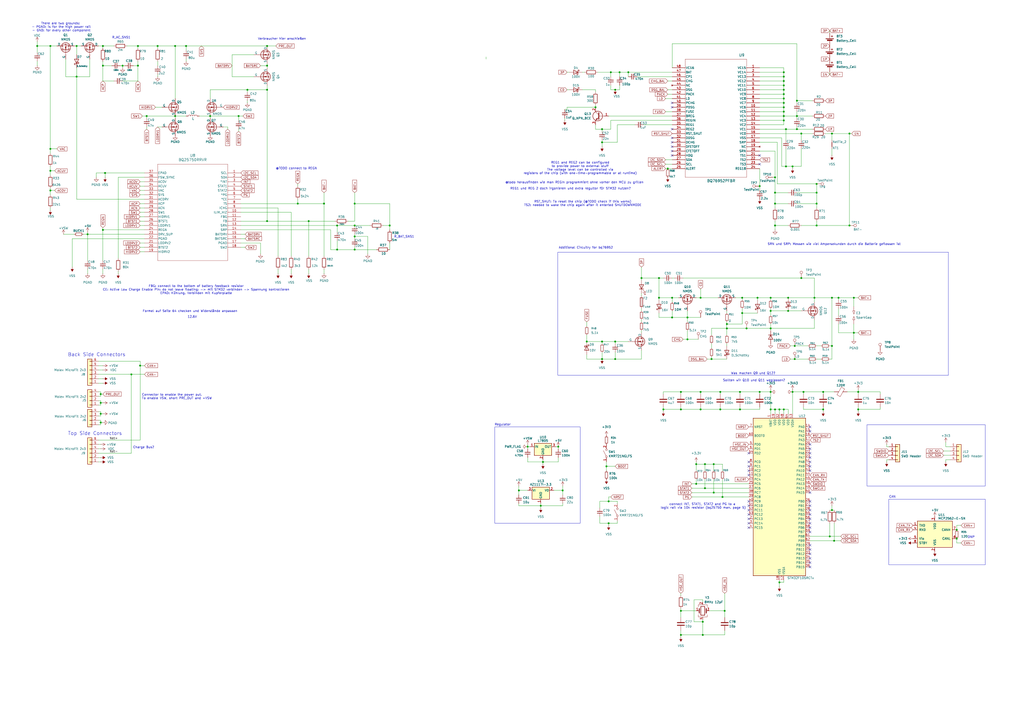
<source format=kicad_sch>
(kicad_sch (version 20250114) (generator "eeschema") (generator_version "9.0")
  (paper "A2")
  (title_block (title "Rapid Power Module (mark III)") (date "2025-05-09") (company "TUDSaT"))
  (rectangle (start 502.92 246.38) (end 571.5 281.94))
  (rectangle (start 323.596 146.304) (end 550.164 217.678))
  (rectangle (start 287.02 247.65) (end 336.55 303.53))
  (rectangle (start 515.62 289.56) (end 571.5 327.66))
  (text "There are two grounds: \n- PGND: is for the high power rail\n- GND: for every other component" (at 35.56 15.748 0) (effects (font (size 1.27 1.27))))
  (text "DNP" (at 563.372 311.658 0) (effects (font (size 1.27 1.27))))
  (text "R_BAT_SNS1" (at 234.442 137.414 0) (effects (font (size 1.27 1.27))))
  (text "REG1 und REG 2 doch irgonieren und extra regultor für STM32 nutzen?" (at 330.962 109.474 0) (effects (font (size 1.27 1.27))))
  (text "Formel auf Seite 64 checken und Widerstände anpassen" (at 110.236 180.594 0) (effects (font (size 1.27 1.27))))
  (text "Back Side Connectors" (at 39.37 207.01 0) (effects (font (size 2 2)) (justify left bottom)))
  (text "Regulator" (at 291.592 246.38 0) (effects (font (size 1.27 1.27))))
  (text "Additional Circuitry for bq76952" (at 339.852 143.764 0) (effects (font (size 1.27 1.27))))
  (text "Top Side Connectors" (at 39.37 252.73 0) (effects (font (size 2 2)) (justify left bottom)))
  (text "connect INT, STAT1, STAT2 and PG to a \nlogic rail via 10k resistor (bq25750 man. page 5)" (at 407.924 293.624 0) (effects (font (size 1.27 1.27))))
  (text "CAN" (at 517.652 288.29 0) (effects (font (size 1.27 1.27))))
  (text "Connector to enable the power put.\nTo enable VSW, short PRE_OUT and +VSW" (at 82.296 230.124 0) (effects (font (size 1.27 1.27)) (justify left)))
  (text "12.6V" (at 111.506 183.896 0) (effects (font (size 1.27 1.27))))
  (text "Verbraucher hier anschießen" (at 163.576 22.606 0) (effects (font (size 1.27 1.27))))
  (text "@todo herausfinden wie man REGIn programmiert ohne vorher den MCU zu grillen" (at 333.248 105.918 0) (effects (font (size 1.27 1.27))))
  (text "RST_SHUT: To reset the chip (@TODO check if this works)\nTS2: needed to wake the chip again after it enterted SHUTDOWNMODE" (at 338.074 118.11 0) (effects (font (size 1.27 1.27))))
  (text "REG1 and REG2 can be configured\nto provide power to external stuff\nThe voltage level can be controlled via\nregisters of the chip (with one-time-programmable or at runtime)\n" (at 336.55 97.536 0) (effects (font (size 1.27 1.27))))
  (text "SRN und SRP: Messen wie viel Ampersekunden durch die Batterie geflossen ist" (at 483.87 141.732 0) (effects (font (size 1.27 1.27))))
  (text "Charge Bus?" (at 83.312 259.588 0) (effects (font (size 1.27 1.27))))
  (text "FBG: connect to the bottom of battery feedback resistor\nCE: Active Low Charge Enable Pin: do not leave floating: -> mit STM32 verbinden -> Spannung kontrollieren\nEPAD: Kühlung. Verbinden mit Kupferplatte" (at 113.792 168.148 0) (effects (font (size 1.27 1.27))))
  (text "@TODO connect to REGN" (at 171.958 97.79 0) (effects (font (size 1.27 1.27))))
  (text "Was machen Q9 und Q12? \n\nSollten wir Q10 und Q11 weglassen?" (at 437.388 218.694 0) (effects (font (size 1.27 1.27))))
  (text "R_AC_SNS1" (at 70.358 21.844 0) (effects (font (size 1.27 1.27))))
  (junction (at 387.35 97.79))
  (junction (at 44.45 44.45))
  (junction (at 205.74 130.81))
  (junction (at 85.09 67.31))
  (junction (at 205.74 118.11))
  (junction (at 58.42 228.6))
  (junction (at 483.87 313.69))
  (junction (at 76.2 217.17))
  (junction (at 101.6 67.31))
  (junction (at 447.04 190.5))
  (junction (at 384.81 237.49))
  (junction (at 398.78 196.85))
  (junction (at 454.66 64.77))
  (junction (at 429.26 227.33))
  (junction (at 226.06 130.81))
  (junction (at 353.06 303.53))
  (junction (at 457.2 180.34))
  (junction (at 473.71 118.11))
  (junction (at 382.27 172.72))
  (junction (at 205.74 144.78))
  (junction (at 449.58 102.87))
  (junction (at 154.94 38.1))
  (junction (at 121.92 67.31))
  (junction (at 58.42 240.03))
  (junction (at 430.53 172.72))
  (junction (at 29.21 99.06))
  (junction (at 439.42 172.72))
  (junction (at 447.04 227.33))
  (junction (at 195.58 144.78))
  (junction (at 447.04 237.49))
  (junction (at 154.94 52.07))
  (junction (at 154.94 26.67))
  (junction (at 408.94 269.24))
  (junction (at 407.67 368.3))
  (junction (at 454.66 52.07))
  (junction (at 403.86 269.24))
  (junction (at 472.44 172.72))
  (junction (at 406.4 227.33))
  (junction (at 497.84 227.33))
  (junction (at 59.69 38.1))
  (junction (at 81.28 212.09))
  (junction (at 421.64 190.5))
  (junction (at 406.4 237.49))
  (junction (at 447.04 172.72))
  (junction (at 314.96 267.97))
  (junction (at 356.87 208.28))
  (junction (at 452.12 237.49))
  (junction (at 187.96 118.11))
  (junction (at 195.58 130.81))
  (junction (at 323.85 259.08))
  (junction (at 449.58 130.81))
  (junction (at 91.44 26.67))
  (junction (at 473.71 106.68))
  (junction (at 454.66 59.69))
  (junction (at 394.97 368.3))
  (junction (at 179.07 128.27))
  (junction (at 313.69 293.37))
  (junction (at 326.39 284.48))
  (junction (at 351.79 270.51))
  (junction (at 447.04 180.34))
  (junction (at 372.11 161.29))
  (junction (at 80.01 38.1))
  (junction (at 440.69 227.33))
  (junction (at 421.64 187.96))
  (junction (at 449.58 237.49))
  (junction (at 449.58 111.76))
  (junction (at 482.6 172.72))
  (junction (at 349.25 208.28))
  (junction (at 359.41 41.91))
  (junction (at 59.69 26.67))
  (junction (at 454.66 46.99))
  (junction (at 462.28 67.31))
  (junction (at 389.89 184.15))
  (junction (at 452.12 337.82))
  (junction (at 466.09 227.33))
  (junction (at 477.52 227.33))
  (junction (at 461.01 208.28))
  (junction (at 60.96 100.33))
  (junction (at 454.66 49.53))
  (junction (at 382.27 161.29))
  (junction (at 101.6 26.67))
  (junction (at 80.01 26.67))
  (junction (at 107.95 26.67))
  (junction (at 486.41 172.72))
  (junction (at 143.51 52.07))
  (junction (at 482.6 295.91))
  (junction (at 340.36 198.12))
  (junction (at 394.97 227.33))
  (junction (at 403.86 280.67))
  (junction (at 454.66 69.85))
  (junction (at 454.66 44.45))
  (junction (at 364.49 41.91))
  (junction (at 414.02 285.75))
  (junction (at 495.3 172.72))
  (junction (at 459.74 227.33))
  (junction (at 430.53 181.61))
  (junction (at 29.21 26.67))
  (junction (at 71.12 38.1))
  (junction (at 420.37 354.33))
  (junction (at 354.33 41.91))
  (junction (at 454.66 54.61))
  (junction (at 407.67 360.68))
  (junction (at 417.83 227.33))
  (junction (at 50.8 135.89))
  (junction (at 462.28 58.42))
  (junction (at 58.42 233.68))
  (junction (at 459.74 96.52))
  (junction (at 389.89 172.72))
  (junction (at 394.97 237.49))
  (junction (at 473.71 130.81))
  (junction (at 349.25 74.93))
  (junction (at 433.07 190.5))
  (junction (at 349.25 198.12))
  (junction (at 412.75 208.28))
  (junction (at 462.28 74.93))
  (junction (at 454.66 62.23))
  (junction (at 454.66 57.15))
  (junction (at 345.44 62.23))
  (junction (at 44.45 26.67))
  (junction (at 414.02 269.24))
  (junction (at 482.6 77.47))
  (junction (at 419.1 288.29))
  (junction (at 454.66 67.31))
  (junction (at 440.69 107.95))
  (junction (at 408.94 283.21))
  (junction (at 356.87 198.12))
  (junction (at 455.93 96.52))
  (junction (at 394.97 354.33))
  (junction (at 349.25 82.55))
  (junction (at 497.84 237.49))
  (junction (at 29.21 110.49))
  (junction (at 300.99 284.48))
  (junction (at 457.2 172.72))
  (junction (at 21.59 26.67))
  (junction (at 454.66 41.91))
  (junction (at 477.52 237.49))
  (junction (at 554.99 312.42))
  (junction (at 172.72 118.11))
  (junction (at 59.69 133.35))
  (junction (at 449.58 118.11))
  (junction (at 417.83 237.49))
  (junction (at 461.01 200.66))
  (junction (at 492.76 130.81))
  (junction (at 495.3 193.04))
  (junction (at 138.43 67.31))
  (junction (at 473.71 111.76))
  (junction (at 58.42 245.11))
  (junction (at 429.26 237.49))
  (junction (at 406.4 172.72))
  (junction (at 455.93 74.93))
  (junction (at 356.87 52.07))
  (junction (at 492.76 77.47))
  (junction (at 482.6 200.66))
  (junction (at 353.06 290.83))
  (junction (at 464.82 161.29))
  (junction (at 205.74 137.16))
  (junction (at 464.82 77.47))
  (junction (at 554.99 307.34))
  (junction (at 481.33 311.15))
  (junction (at 454.66 237.49))
  (junction (at 306.07 259.08))
  (junction (at 154.94 128.27))
  (junction (at 29.21 86.36))
  (junction (at 398.78 184.15))
  (no_connect (at 469.9 262.89))
  (no_connect (at 469.9 273.05))
  (no_connect (at 434.34 273.05))
  (no_connect (at 434.34 275.59))
  (no_connect (at 389.89 90.17))
  (no_connect (at 469.9 290.83))
  (no_connect (at 389.89 80.01))
  (no_connect (at 389.89 85.09))
  (no_connect (at 469.9 270.51))
  (no_connect (at 469.9 293.37))
  (no_connect (at 469.9 285.75))
  (no_connect (at 469.9 250.19))
  (no_connect (at 469.9 265.43))
  (no_connect (at 469.9 303.53))
  (no_connect (at 434.34 298.45))
  (no_connect (at 469.9 295.91))
  (no_connect (at 434.34 303.53))
  (no_connect (at 469.9 267.97))
  (no_connect (at 434.34 300.99))
  (no_connect (at 389.89 87.63))
  (no_connect (at 389.89 74.93))
  (no_connect (at 434.34 306.07))
  (no_connect (at 469.9 316.23))
  (no_connect (at 434.34 290.83))
  (no_connect (at 434.34 295.91))
  (no_connect (at 469.9 328.93))
  (no_connect (at 440.69 90.17))
  (no_connect (at 469.9 321.31))
  (no_connect (at 434.34 262.89))
  (no_connect (at 469.9 260.35))
  (no_connect (at 469.9 326.39))
  (no_connect (at 469.9 300.99))
  (no_connect (at 434.34 270.51))
  (no_connect (at 389.89 82.55))
  (no_connect (at 469.9 308.61))
  (no_connect (at 389.89 59.69))
  (no_connect (at 469.9 247.65))
  (no_connect (at 469.9 257.81))
  (no_connect (at 434.34 267.97))
  (no_connect (at 469.9 298.45))
  (no_connect (at 469.9 323.85))
  (no_connect (at 469.9 306.07))
  (no_connect (at 434.34 293.37))
  (no_connect (at 469.9 318.77))
  (no_connect (at 440.69 95.25))
  (no_connect (at 389.89 62.23))
  (wire (pts (xy 449.58 102.87) (xy 449.58 111.76)))
  (wire (pts (xy 226.06 130.81) (xy 226.06 133.35)))
  (wire (pts (xy 450.85 106.68) (xy 473.71 106.68)))
  (wire (pts (xy 349.25 82.55) (xy 349.25 81.28)))
  (wire (pts (xy 439.42 172.72) (xy 439.42 173.99)))
  (wire (pts (xy 440.69 39.37) (xy 454.66 39.37)))
  (wire (pts (xy 81.28 209.55) (xy 81.28 212.09)))
  (wire (pts (xy 481.33 208.28) (xy 482.6 208.28)))
  (wire (pts (xy 60.96 102.87) (xy 60.96 100.33)))
  (wire (pts (xy 372.11 154.94) (xy 372.11 161.29)))
  (wire (pts (xy 454.66 41.91) (xy 440.69 41.91)))
  (wire (pts (xy 52.07 34.29) (xy 52.07 44.45)))
  (wire (pts (xy 408.94 273.05) (xy 408.94 269.24)))
  (wire (pts (xy 382.27 161.29) (xy 382.27 172.72)))
  (wire (pts (xy 454.66 64.77) (xy 454.66 67.31)))
  (wire (pts (xy 421.64 190.5) (xy 433.07 190.5)))
  (wire (pts (xy 449.58 130.81) (xy 449.58 133.35)))
  (wire (pts (xy 461.01 208.28) (xy 468.63 208.28)))
  (wire (pts (xy 389.89 46.99) (xy 387.35 46.99)))
  (wire (pts (xy 454.66 52.07) (xy 454.66 54.61)))
  (wire (pts (xy 398.78 184.15) (xy 398.78 186.69)))
  (wire (pts (xy 364.49 41.91) (xy 389.89 41.91)))
  (wire (pts (xy 354.33 69.85) (xy 354.33 74.93)))
  (wire (pts (xy 464.82 180.34) (xy 457.2 180.34)))
  (wire (pts (xy 29.21 109.22) (xy 29.21 110.49)))
  (wire (pts (xy 453.39 96.52) (xy 455.93 96.52)))
  (wire (pts (xy 510.54 227.33) (xy 510.54 228.6)))
  (wire (pts (xy 398.78 180.34) (xy 398.78 184.15)))
  (wire (pts (xy 81.28 123.19) (xy 83.82 123.19)))
  (wire (pts (xy 473.71 118.11) (xy 473.71 120.65)))
  (wire (pts (xy 419.1 278.13) (xy 419.1 288.29)))
  (wire (pts (xy 429.26 237.49) (xy 429.26 236.22)))
  (wire (pts (xy 430.53 172.72) (xy 430.53 173.99)))
  (wire (pts (xy 447.04 180.34) (xy 457.2 180.34)))
  (wire (pts (xy 168.91 156.21) (xy 168.91 158.75)))
  (wire (pts (xy 121.92 52.07) (xy 143.51 52.07)))
  (wire (pts (xy 36.83 135.89) (xy 43.18 135.89)))
  (wire (pts (xy 452.12 237.49) (xy 449.58 237.49)))
  (wire (pts (xy 554.99 314.96) (xy 557.53 314.96)))
  (wire (pts (xy 58.42 233.68) (xy 58.42 234.95)))
  (wire (pts (xy 449.58 111.76) (xy 449.58 118.11)))
  (wire (pts (xy 447.04 190.5) (xy 447.04 191.77)))
  (wire (pts (xy 440.69 228.6) (xy 440.69 227.33)))
  (wire (pts (xy 356.87 204.47) (xy 356.87 208.28)))
  (wire (pts (xy 326.39 281.94) (xy 326.39 284.48)))
  (wire (pts (xy 386.08 64.77) (xy 389.89 64.77)))
  (wire (pts (xy 440.69 80.01) (xy 453.39 80.01)))
  (wire (pts (xy 481.33 311.15) (xy 469.9 311.15)))
  (wire (pts (xy 394.97 353.06) (xy 394.97 354.33)))
  (wire (pts (xy 172.72 118.11) (xy 187.96 118.11)))
  (wire (pts (xy 351.79 270.51) (xy 351.79 267.97)))
  (wire (pts (xy 447.04 180.34) (xy 447.04 182.88)))
  (wire (pts (xy 447.04 190.5) (xy 472.44 190.5)))
  (wire (pts (xy 482.6 172.72) (xy 486.41 172.72)))
  (wire (pts (xy 421.64 180.34) (xy 421.64 181.61)))
  (wire (pts (xy 161.29 120.65) (xy 161.29 148.59)))
  (wire (pts (xy 389.89 180.34) (xy 389.89 184.15)))
  (wire (pts (xy 59.69 228.6) (xy 58.42 228.6)))
  (wire (pts (xy 91.44 26.67) (xy 91.44 27.94)))
  (wire (pts (xy 57.15 246.38) (xy 58.42 246.38)))
  (wire (pts (xy 58.42 232.41) (xy 57.15 232.41)))
  (wire (pts (xy 389.89 172.72) (xy 389.89 175.26)))
  (wire (pts (xy 59.69 26.67) (xy 66.04 26.67)))
  (wire (pts (xy 373.38 72.39) (xy 389.89 72.39)))
  (wire (pts (xy 454.66 237.49) (xy 454.66 240.03)))
  (wire (pts (xy 457.2 240.03) (xy 457.2 237.49)))
  (wire (pts (xy 57.15 222.25) (xy 59.69 222.25)))
  (wire (pts (xy 57.15 214.63) (xy 59.69 214.63)))
  (wire (pts (xy 83.82 138.43) (xy 41.91 138.43)))
  (wire (pts (xy 195.58 130.81) (xy 195.58 134.62)))
  (wire (pts (xy 101.6 26.67) (xy 107.95 26.67)))
  (wire (pts (xy 59.69 38.1) (xy 64.77 38.1)))
  (wire (pts (xy 76.2 217.17) (xy 76.2 262.89)))
  (wire (pts (xy 139.7 118.11) (xy 172.72 118.11)))
  (wire (pts (xy 396.24 196.85) (xy 398.78 196.85)))
  (wire (pts (xy 58.42 243.84) (xy 58.42 245.11)))
  (wire (pts (xy 80.01 38.1) (xy 80.01 46.99)))
  (wire (pts (xy 454.66 64.77) (xy 440.69 64.77)))
  (wire (pts (xy 81.28 212.09) (xy 83.82 212.09)))
  (wire (pts (xy 454.66 41.91) (xy 454.66 44.45)))
  (wire (pts (xy 407.67 347.98) (xy 402.59 347.98)))
  (wire (pts (xy 306.07 267.97) (xy 306.07 265.43)))
  (wire (pts (xy 351.79 270.51) (xy 351.79 273.05)))
  (wire (pts (xy 477.52 227.33) (xy 466.09 227.33)))
  (wire (pts (xy 492.76 77.47) (xy 492.76 130.81)))
  (wire (pts (xy 71.12 46.99) (xy 80.01 46.99)))
  (wire (pts (xy 394.97 369.57) (xy 394.97 368.3)))
  (wire (pts (xy 81.28 140.97) (xy 83.82 140.97)))
  (wire (pts (xy 495.3 187.96) (xy 495.3 193.04)))
  (wire (pts (xy 358.14 72.39) (xy 358.14 82.55)))
  (wire (pts (xy 455.93 86.36) (xy 455.93 96.52)))
  (wire (pts (xy 447.04 179.07) (xy 447.04 180.34)))
  (wire (pts (xy 481.33 200.66) (xy 482.6 200.66)))
  (wire (pts (xy 314.96 266.7) (xy 314.96 267.97)))
  (wire (pts (xy 306.07 259.08) (xy 306.07 257.81)))
  (wire (pts (xy 50.8 134.62) (xy 50.8 135.89)))
  (wire (pts (xy 195.58 139.7) (xy 195.58 144.78)))
  (wire (pts (xy 454.66 59.69) (xy 454.66 62.23)))
  (wire (pts (xy 307.34 259.08) (xy 306.07 259.08)))
  (wire (pts (xy 354.33 41.91) (xy 359.41 41.91)))
  (wire (pts (xy 139.7 123.19) (xy 168.91 123.19)))
  (wire (pts (xy 359.41 41.91) (xy 359.41 44.45)))
  (wire (pts (xy 417.83 227.33) (xy 429.26 227.33)))
  (wire (pts (xy 81.28 125.73) (xy 83.82 125.73)))
  (wire (pts (xy 548.64 266.7) (xy 551.18 266.7)))
  (wire (pts (xy 313.69 292.1) (xy 313.69 293.37)))
  (wire (pts (xy 386.08 97.79) (xy 387.35 97.79)))
  (wire (pts (xy 323.85 267.97) (xy 314.96 267.97)))
  (wire (pts (xy 191.77 144.78) (xy 195.58 144.78)))
  (wire (pts (xy 406.4 167.64) (xy 406.4 172.72)))
  (wire (pts (xy 44.45 26.67) (xy 44.45 31.75)))
  (wire (pts (xy 457.2 237.49) (xy 454.66 237.49)))
  (wire (pts (xy 477.52 227.33) (xy 483.87 227.33)))
  (wire (pts (xy 340.36 186.69) (xy 340.36 189.23)))
  (wire (pts (xy 439.42 172.72) (xy 447.04 172.72)))
  (wire (pts (xy 478.79 77.47) (xy 482.6 77.47)))
  (wire (pts (xy 554.99 312.42) (xy 554.99 314.96)))
  (wire (pts (xy 85.09 67.31) (xy 101.6 67.31)))
  (wire (pts (xy 59.69 156.21) (xy 59.69 158.75)))
  (wire (pts (xy 57.15 227.33) (xy 58.42 227.33)))
  (wire (pts (xy 187.96 111.76) (xy 187.96 118.11)))
  (wire (pts (xy 497.84 236.22) (xy 497.84 237.49)))
  (wire (pts (xy 347.98 303.53) (xy 347.98 299.72)))
  (wire (pts (xy 80.01 26.67) (xy 91.44 26.67)))
  (wire (pts (xy 349.25 199.39) (xy 349.25 198.12)))
  (wire (pts (xy 417.83 237.49) (xy 429.26 237.49)))
  (wire (pts (xy 486.41 179.07) (xy 486.41 182.88)))
  (wire (pts (xy 57.15 265.43) (xy 58.42 265.43)))
  (wire (pts (xy 21.59 26.67) (xy 29.21 26.67)))
  (wire (pts (xy 50.8 156.21) (xy 50.8 158.75)))
  (wire (pts (xy 389.89 57.15) (xy 386.08 57.15)))
  (wire (pts (xy 401.32 288.29) (xy 419.1 288.29)))
  (wire (pts (xy 548.64 259.08) (xy 551.18 259.08)))
  (wire (pts (xy 433.07 190.5) (xy 447.04 190.5)))
  (wire (pts (xy 412.75 194.31) (xy 412.75 190.5)))
  (wire (pts (xy 429.26 237.49) (xy 440.69 237.49)))
  (wire (pts (xy 326.39 284.48) (xy 321.31 284.48)))
  (wire (pts (xy 358.14 82.55) (xy 349.25 82.55)))
  (wire (pts (xy 191.77 144.78) (xy 191.77 133.35)))
  (wire (pts (xy 349.25 85.09) (xy 349.25 82.55)))
  (wire (pts (xy 408.94 278.13) (xy 408.94 283.21)))
  (wire (pts (xy 356.87 208.28) (xy 349.25 208.28)))
  (wire (pts (xy 394.97 354.33) (xy 394.97 358.14)))
  (wire (pts (xy 205.74 135.89) (xy 205.74 137.16)))
  (wire (pts (xy 454.66 67.31) (xy 440.69 67.31)))
  (wire (pts (xy 358.14 72.39) (xy 368.3 72.39)))
  (wire (pts (xy 349.25 76.2) (xy 349.25 74.93)))
  (wire (pts (xy 510.54 237.49) (xy 497.84 237.49)))
  (wire (pts (xy 462.28 64.77) (xy 462.28 67.31)))
  (wire (pts (xy 90.17 62.23) (xy 93.98 62.23)))
  (wire (pts (xy 382.27 184.15) (xy 389.89 184.15)))
  (wire (pts (xy 134.62 31.75) (xy 134.62 44.45)))
  (wire (pts (xy 44.45 44.45) (xy 52.07 44.45)))
  (wire (pts (xy 44.45 26.67) (xy 46.99 26.67)))
  (wire (pts (xy 326.39 292.1) (xy 326.39 293.37)))
  (wire (pts (xy 83.82 115.57) (xy 44.45 115.57)))
  (wire (pts (xy 179.07 128.27) (xy 194.31 128.27)))
  (wire (pts (xy 187.96 156.21) (xy 187.96 158.75)))
  (wire (pts (xy 430.53 181.61) (xy 439.42 181.61)))
  (wire (pts (xy 91.44 73.66) (xy 93.98 73.66)))
  (wire (pts (xy 340.36 198.12) (xy 349.25 198.12)))
  (wire (pts (xy 138.43 67.31) (xy 138.43 69.85)))
  (wire (pts (xy 69.85 38.1) (xy 71.12 38.1)))
  (wire (pts (xy 172.72 115.57) (xy 172.72 118.11)))
  (wire (pts (xy 421.64 186.69) (xy 421.64 187.96)))
  (wire (pts (xy 82.55 67.31) (xy 85.09 67.31)))
  (wire (pts (xy 447.04 172.72) (xy 457.2 172.72)))
  (wire (pts (xy 179.07 128.27) (xy 179.07 148.59)))
  (wire (pts (xy 429.26 227.33) (xy 429.26 228.6)))
  (wire (pts (xy 313.69 293.37) (xy 313.69 294.64)))
  (wire (pts (xy 481.33 295.91) (xy 482.6 295.91)))
  (wire (pts (xy 440.69 82.55) (xy 450.85 82.55)))
  (wire (pts (xy 454.66 46.99) (xy 454.66 49.53)))
  (wire (pts (xy 205.74 137.16) (xy 213.36 137.16)))
  (wire (pts (xy 548.64 256.54) (xy 548.64 259.08)))
  (wire (pts (xy 491.49 227.33) (xy 497.84 227.33)))
  (wire (pts (xy 473.71 130.81) (xy 492.76 130.81)))
  (wire (pts (xy 440.69 227.33) (xy 447.04 227.33)))
  (wire (pts (xy 495.3 177.8) (xy 495.3 172.72)))
  (wire (pts (xy 447.04 237.49) (xy 447.04 240.03)))
  (wire (pts (xy 60.96 100.33) (xy 83.82 100.33)))
  (wire (pts (xy 411.48 354.33) (xy 420.37 354.33)))
  (wire (pts (xy 412.75 208.28) (xy 421.64 208.28)))
  (wire (pts (xy 421.64 199.39) (xy 421.64 200.66)))
  (wire (pts (xy 462.28 118.11) (xy 473.71 118.11)))
  (wire (pts (xy 201.93 128.27) (xy 205.74 128.27)))
  (wire (pts (xy 384.81 237.49) (xy 384.81 236.22)))
  (wire (pts (xy 21.59 35.56) (xy 21.59 38.1)))
  (wire (pts (xy 340.36 205.74) (xy 340.36 208.28)))
  (wire (pts (xy 454.66 336.55) (xy 454.66 337.82)))
  (wire (pts (xy 59.69 38.1) (xy 59.69 46.99)))
  (wire (pts (xy 482.6 86.36) (xy 482.6 90.17)))
  (wire (pts (xy 421.64 190.5) (xy 421.64 194.31)))
  (wire (pts (xy 151.13 140.97) (xy 139.7 140.97)))
  (wire (pts (xy 353.06 290.83) (xy 347.98 290.83)))
  (wire (pts (xy 447.04 187.96) (xy 447.04 190.5)))
  (wire (pts (xy 154.94 36.83) (xy 154.94 38.1)))
  (wire (pts (xy 154.94 26.67) (xy 160.02 26.67)))
  (wire (pts (xy 462.28 73.66) (xy 462.28 74.93)))
  (wire (pts (xy 354.33 74.93) (xy 349.25 74.93)))
  (wire (pts (xy 372.11 161.29) (xy 372.11 162.56)))
  (wire (pts (xy 454.66 54.61) (xy 454.66 57.15)))
  (wire (pts (xy 510.54 236.22) (xy 510.54 237.49)))
  (wire (pts (xy 29.21 99.06) (xy 29.21 101.6)))
  (wire (pts (xy 353.06 304.8) (xy 353.06 303.53)))
  (wire (pts (xy 394.97 354.33) (xy 403.86 354.33)))
  (wire (pts (xy 59.69 133.35) (xy 83.82 133.35)))
  (wire (pts (xy 557.53 304.8) (xy 554.99 304.8)))
  (wire (pts (xy 161.29 156.21) (xy 161.29 158.75)))
  (wire (pts (xy 57.15 243.84) (xy 58.42 243.84)))
  (wire (pts (xy 462.28 25.4) (xy 462.28 58.42)))
  (wire (pts (xy 387.35 54.61) (xy 389.89 54.61)))
  (wire (pts (xy 408.94 269.24) (xy 414.02 269.24)))
  (wire (pts (xy 407.67 360.68) (xy 407.67 359.41)))
  (wire (pts (xy 454.66 44.45) (xy 440.69 44.45)))
  (wire (pts (xy 38.1 34.29) (xy 38.1 44.45)))
  (wire (pts (xy 417.83 227.33) (xy 417.83 228.6)))
  (wire (pts (xy 455.93 74.93) (xy 462.28 74.93)))
  (wire (pts (xy 29.21 110.49) (xy 31.75 110.49)))
  (wire (pts (xy 340.36 194.31) (xy 340.36 198.12)))
  (wire (pts (xy 306.07 259.08) (xy 306.07 260.35)))
  (wire (pts (xy 300.99 284.48) (xy 306.07 284.48)))
  (wire (pts (xy 300.99 284.48) (xy 300.99 287.02)))
  (wire (pts (xy 452.12 336.55) (xy 452.12 337.82)))
  (wire (pts (xy 420.37 344.17) (xy 420.37 354.33)))
  (wire (pts (xy 313.69 293.37) (xy 300.99 293.37)))
  (wire (pts (xy 454.66 69.85) (xy 440.69 69.85)))
  (wire (pts (xy 514.35 266.7) (xy 514.35 267.97)))
  (wire (pts (xy 50.8 135.89) (xy 50.8 151.13)))
  (wire (pts (xy 349.25 74.93) (xy 345.44 74.93)))
  (wire (pts (xy 466.09 237.49) (xy 477.52 237.49)))
  (wire (pts (xy 29.21 26.67) (xy 29.21 86.36)))
  (wire (pts (xy 43.18 26.67) (xy 44.45 26.67)))
  (wire (pts (xy 358.14 292.1) (xy 358.14 290.83)))
  (wire (pts (xy 386.08 95.25) (xy 389.89 95.25)))
  (wire (pts (xy 58.42 245.11) (xy 58.42 246.38)))
  (wire (pts (xy 403.86 172.72) (xy 406.4 172.72)))
  (wire (pts (xy 132.08 73.66) (xy 129.54 73.66)))
  (wire (pts (xy 369.57 44.45) (xy 389.89 44.45)))
  (wire (pts (xy 440.69 97.79) (xy 440.69 107.95)))
  (wire (pts (xy 440.69 74.93) (xy 455.93 74.93)))
  (wire (pts (xy 48.26 135.89) (xy 50.8 135.89)))
  (wire (pts (xy 59.69 233.68) (xy 58.42 233.68)))
  (wire (pts (xy 205.74 128.27) (xy 205.74 118.11)))
  (wire (pts (xy 81.28 212.09) (xy 81.28 255.27)))
  (wire (pts (xy 510.54 227.33) (xy 497.84 227.33)))
  (wire (pts (xy 454.66 49.53) (xy 454.66 52.07)))
  (wire (pts (xy 497.84 237.49) (xy 497.84 238.76)))
  (wire (pts (xy 420.37 354.33) (xy 420.37 358.14)))
  (wire (pts (xy 495.3 196.85) (xy 495.3 193.04)))
  (wire (pts (xy 57.15 26.67) (xy 59.69 26.67)))
  (wire (pts (xy 353.06 288.29) (xy 354.33 288.29)))
  (wire (pts (xy 323.85 265.43) (xy 323.85 267.97)))
  (wire (pts (xy 44.45 44.45) (xy 44.45 115.57)))
  (wire (pts (xy 326.39 287.02) (xy 326.39 284.48)))
  (wire (pts (xy 384.81 227.33) (xy 394.97 227.33)))
  (wire (pts (xy 464.82 77.47) (xy 464.82 81.28)))
  (wire (pts (xy 107.95 35.56) (xy 107.95 34.29)))
  (wire (pts (xy 454.66 57.15) (xy 440.69 57.15)))
  (wire (pts (xy 58.42 234.95) (xy 57.15 234.95)))
  (wire (pts (xy 72.39 38.1) (xy 71.12 38.1)))
  (wire (pts (xy 462.28 111.76) (xy 473.71 111.76)))
  (wire (pts (xy 55.88 102.87) (xy 55.88 100.33)))
  (wire (pts (xy 80.01 26.67) (xy 80.01 27.94)))
  (wire (pts (xy 452.12 337.82) (xy 452.12 340.36)))
  (wire (pts (xy 81.28 105.41) (xy 83.82 105.41)))
  (wire (pts (xy 179.07 156.21) (xy 179.07 158.75)))
  (wire (pts (xy 387.35 97.79) (xy 389.89 97.79)))
  (wire (pts (xy 121.92 52.07) (xy 121.92 57.15)))
  (wire (pts (xy 449.58 118.11) (xy 449.58 120.65)))
  (wire (pts (xy 314.96 267.97) (xy 306.07 267.97)))
  (wire (pts (xy 300.99 292.1) (xy 300.99 293.37)))
  (wire (pts (xy 401.32 285.75) (xy 414.02 285.75)))
  (wire (pts (xy 401.32 283.21) (xy 408.94 283.21)))
  (wire (pts (xy 457.2 172.72) (xy 472.44 172.72)))
  (wire (pts (xy 414.02 278.13) (xy 414.02 285.75)))
  (wire (pts (xy 492.76 77.47) (xy 494.03 77.47)))
  (wire (pts (xy 394.97 227.33) (xy 406.4 227.33)))
  (wire (pts (xy 429.26 227.33) (xy 440.69 227.33)))
  (wire (pts (xy 139.7 130.81) (xy 195.58 130.81)))
  (wire (pts (xy 483.87 313.69) (xy 469.9 313.69)))
  (wire (pts (xy 107.95 26.67) (xy 107.95 29.21)))
  (wire (pts (xy 33.02 86.36) (xy 29.21 86.36)))
  (wire (pts (xy 154.94 49.53) (xy 154.94 52.07)))
  (wire (pts (xy 187.96 118.11) (xy 187.96 148.59)))
  (wire (pts (xy 29.21 120.65) (xy 29.21 121.92)))
  (wire (pts (xy 486.41 173.99) (xy 486.41 172.72)))
  (wire (pts (xy 81.28 120.65) (xy 83.82 120.65)))
  (wire (pts (xy 482.6 77.47) (xy 482.6 81.28)))
  (wire (pts (xy 73.66 26.67) (xy 80.01 26.67)))
  (wire (pts (xy 403.86 269.24) (xy 403.86 273.05)))
  (wire (pts (xy 138.43 67.31) (xy 140.97 67.31)))
  (wire (pts (xy 68.58 102.87) (xy 83.82 102.87)))
  (wire (pts (xy 354.33 41.91) (xy 354.33 44.45)))
  (wire (pts (xy 101.6 67.31) (xy 107.95 67.31)))
  (wire (pts (xy 59.69 35.56) (xy 59.69 38.1)))
  (wire (pts (xy 419.1 269.24) (xy 414.02 269.24)))
  (wire (pts (xy 339.09 41.91) (xy 337.82 41.91)))
  (wire (pts (xy 300.99 281.94) (xy 300.99 284.48)))
  (wire (pts (xy 459.74 226.06) (xy 459.74 227.33)))
  (wire (pts (xy 458.47 208.28) (xy 461.01 208.28)))
  (wire (pts (xy 322.58 259.08) (xy 323.85 259.08)))
  (wire (pts (xy 452.12 237.49) (xy 452.12 240.03)))
  (wire (pts (xy 327.66 68.58) (xy 327.66 69.85)))
  (wire (pts (xy 81.28 130.81) (xy 83.82 130.81)))
  (wire (pts (xy 440.69 236.22) (xy 440.69 237.49)))
  (wire (pts (xy 483.87 303.53) (xy 483.87 313.69)))
  (wire (pts (xy 101.6 68.58) (xy 101.6 67.31)))
  (wire (pts (xy 401.32 280.67) (xy 403.86 280.67)))
  (wire (pts (xy 419.1 288.29) (xy 434.34 288.29)))
  (wire (pts (xy 449.58 87.63) (xy 449.58 102.87)))
  (wire (pts (xy 389.89 184.15) (xy 398.78 184.15)))
  (wire (pts (xy 449.58 102.87) (xy 448.31 102.87)))
  (wire (pts (xy 372.11 179.07) (xy 372.11 180.34)))
  (wire (pts (xy 472.44 190.5) (xy 472.44 185.42)))
  (wire (pts (xy 154.94 52.07) (xy 154.94 128.27)))
  (wire (pts (xy 347.98 290.83) (xy 347.98 294.64)))
  (wire (pts (xy 454.66 62.23) (xy 454.66 64.77)))
  (wire (pts (xy 487.68 311.15) (xy 481.33 311.15)))
  (wire (pts (xy 59.69 46.99) (xy 66.04 46.99)))
  (wire (pts (xy 453.39 80.01) (xy 453.39 96.52)))
  (wire (pts (xy 58.42 228.6) (xy 58.42 229.87)))
  (wire (pts (xy 449.58 128.27) (xy 449.58 130.81)))
  (wire (pts (xy 497.84 227.33) (xy 497.84 228.6)))
  (wire (pts (xy 495.3 172.72) (xy 497.84 172.72)))
  (wire (pts (xy 554.99 304.8) (xy 554.99 307.34)))
  (wire (pts (xy 384.81 227.33) (xy 384.81 228.6)))
  (wire (pts (xy 353.06 303.53) (xy 358.14 303.53)))
  (wire (pts (xy 354.33 69.85) (xy 389.89 69.85)))
  (wire (pts (xy 68.58 157.48) (xy 68.58 158.75)))
  (wire (pts (xy 81.28 143.51) (xy 83.82 143.51)))
  (wire (pts (xy 382.27 161.29) (xy 384.81 161.29)))
  (wire (pts (xy 449.58 237.49) (xy 449.58 240.03)))
  (wire (pts (xy 454.66 337.82) (xy 452.12 337.82)))
  (wire (pts (xy 459.74 96.52) (xy 464.82 96.52)))
  (wire (pts (xy 345.44 60.96) (xy 345.44 62.23)))
  (wire (pts (xy 398.78 196.85) (xy 398.78 191.77)))
  (wire (pts (xy 486.41 187.96) (xy 486.41 193.04)))
  (wire (pts (xy 337.82 52.07) (xy 345.44 52.07)))
  (wire (pts (xy 147.32 31.75) (xy 134.62 31.75)))
  (wire (pts (xy 473.71 106.68) (xy 473.71 111.76)))
  (wire (pts (xy 495.3 172.72) (xy 486.41 172.72)))
  (wire (pts (xy 514.35 259.08) (xy 514.35 257.81)))
  (wire (pts (xy 80.01 35.56) (xy 80.01 38.1)))
  (wire (pts (xy 205.74 144.78) (xy 218.44 144.78)))
  (wire (pts (xy 394.97 227.33) (xy 394.97 228.6)))
  (wire (pts (xy 154.94 128.27) (xy 179.07 128.27)))
  (wire (pts (xy 466.09 228.6) (xy 466.09 227.33)))
  (wire (pts (xy 472.44 161.29) (xy 472.44 172.72)))
  (wire (pts (xy 327.66 63.5) (xy 328.93 63.5)))
  (wire (pts (xy 91.44 43.18) (xy 91.44 44.45)))
  (wire (pts (xy 464.82 130.81) (xy 473.71 130.81)))
  (wire (pts (xy 547.37 261.62) (xy 551.18 261.62)))
  (wire (pts (xy 403.86 267.97) (xy 403.86 269.24)))
  (wire (pts (xy 440.69 77.47) (xy 464.82 77.47)))
  (wire (pts (xy 81.28 110.49) (xy 83.82 110.49)))
  (wire (pts (xy 472.44 172.72) (xy 472.44 175.26)))
  (wire (pts (xy 195.58 144.78) (xy 205.74 144.78)))
  (wire (pts (xy 412.75 207.01) (xy 412.75 208.28)))
  (wire (pts (xy 430.53 181.61) (xy 430.53 187.96)))
  (wire (pts (xy 472.44 172.72) (xy 482.6 172.72)))
  (wire (pts (xy 482.6 295.91) (xy 483.87 295.91)))
  (wire (pts (xy 115.57 67.31) (xy 121.92 67.31)))
  (wire (pts (xy 462.28 67.31) (xy 462.28 68.58)))
  (wire (pts (xy 21.59 26.67) (xy 21.59 30.48)))
  (wire (pts (xy 466.09 227.33) (xy 459.74 227.33)))
  (wire (pts (xy 59.69 133.35) (xy 59.69 151.13)))
  (wire (pts (xy 81.28 113.03) (xy 83.82 113.03)))
  (wire (pts (xy 323.85 259.08) (xy 323.85 260.35)))
  (wire (pts (xy 121.92 68.58) (xy 121.92 67.31)))
  (wire (pts (xy 497.84 226.06) (xy 497.84 227.33)))
  (wire (pts (xy 420.37 365.76) (xy 420.37 368.3)))
  (wire (pts (xy 389.89 161.29) (xy 391.16 161.29)))
  (wire (pts (xy 168.91 123.19) (xy 168.91 148.59)))
  (wire (pts (xy 473.71 128.27) (xy 473.71 130.81)))
  (wire (pts (xy 464.82 161.29) (xy 472.44 161.29)))
  (wire (pts (xy 455.93 81.28) (xy 455.93 74.93)))
  (wire (pts (xy 21.59 24.13) (xy 21.59 26.67)))
  (wire (pts (xy 107.95 26.67) (xy 154.94 26.67)))
  (wire (pts (xy 407.67 360.68) (xy 407.67 368.3)))
  (wire (pts (xy 410.21 208.28) (xy 412.75 208.28)))
  (wire (pts (xy 462.28 58.42) (xy 462.28 59.69)))
  (wire (pts (xy 447.04 226.06) (xy 447.04 227.33)))
  (wire (pts (xy 205.74 111.76) (xy 205.74 118.11)))
  (wire (pts (xy 326.39 293.37) (xy 313.69 293.37)))
  (wire (pts (xy 328.93 62.23) (xy 345.44 62.23)))
  (wire (pts (xy 139.7 120.65) (xy 161.29 120.65)))
  (wire (pts (xy 473.71 200.66) (xy 476.25 200.66)))
  (wire (pts (xy 419.1 273.05) (xy 419.1 269.24)))
  (wire (pts (xy 222.25 130.81) (xy 226.06 130.81)))
  (wire (pts (xy 354.33 52.07) (xy 356.87 52.07)))
  (wire (pts (xy 226.06 118.11) (xy 226.06 130.81)))
  (wire (pts (xy 407.67 349.25) (xy 407.67 347.98)))
  (wire (pts (xy 139.7 128.27) (xy 154.94 128.27)))
  (wire (pts (xy 57.15 209.55) (xy 81.28 209.55)))
  (wire (pts (xy 143.51 52.07) (xy 154.94 52.07)))
  (wire (pts (xy 354.33 49.53) (xy 354.33 52.07)))
  (wire (pts (xy 349.25 204.47) (xy 349.25 208.28)))
  (wire (pts (xy 403.86 280.67) (xy 434.34 280.67)))
  (wire (pts (xy 353.06 290.83) (xy 353.06 288.29)))
  (wire (pts (xy 364.49 44.45) (xy 364.49 41.91)))
  (wire (pts (xy 121.92 67.31) (xy 138.43 67.31)))
  (wire (pts (xy 356.87 198.12) (xy 356.87 199.39)))
  (wire (pts (xy 328.93 52.07) (xy 330.2 52.07)))
  (wire (pts (xy 29.21 86.36) (xy 29.21 88.9)))
  (wire (pts (xy 412.75 190.5) (xy 421.64 190.5)))
  (wire (pts (xy 449.58 130.81) (xy 457.2 130.81)))
  (wire (pts (xy 389.89 25.4) (xy 462.28 25.4)))
  (wire (pts (xy 143.51 58.42) (xy 143.51 59.69)))
  (wire (pts (xy 59.69 26.67) (xy 59.69 27.94)))
  (wire (pts (xy 455.93 96.52) (xy 459.74 96.52)))
  (wire (pts (xy 57.15 241.3) (xy 58.42 241.3)))
  (wire (pts (xy 477.52 236.22) (xy 477.52 237.49)))
  (wire (pts (xy 396.24 161.29) (xy 464.82 161.29)))
  (wire (pts (xy 68.58 102.87) (xy 68.58 149.86)))
  (wire (pts (xy 464.82 77.47) (xy 471.17 77.47)))
  (wire (pts (xy 359.41 41.91) (xy 364.49 41.91)))
  (wire (pts (xy 449.58 111.76) (xy 457.2 111.76)))
  (wire (pts (xy 29.21 99.06) (xy 31.75 99.06)))
  (wire (pts (xy 407.67 368.3) (xy 420.37 368.3)))
  (wire (pts (xy 57.15 267.97) (xy 58.42 267.97)))
  (wire (pts (xy 139.7 135.89) (xy 142.24 135.89)))
  (wire (pts (xy 459.74 227.33) (xy 459.74 240.03)))
  (wire (pts (xy 58.42 229.87) (xy 57.15 229.87)))
  (wire (pts (xy 41.91 138.43) (xy 41.91 154.94)))
  (wire (pts (xy 403.86 269.24) (xy 408.94 269.24)))
  (wire (pts (xy 372.11 161.29) (xy 382.27 161.29)))
  (wire (pts (xy 382.27 181.61) (xy 382.27 184.15)))
  (wire (pts (xy 358.14 290.83) (xy 353.06 290.83)))
  (wire (pts (xy 487.68 313.69) (xy 483.87 313.69)))
  (wire (pts (xy 454.66 49.53) (xy 440.69 49.53)))
  (wire (pts (xy 340.36 208.28) (xy 349.25 208.28)))
  (wire (pts (xy 406.4 227.33) (xy 406.4 228.6)))
  (wire (pts (xy 58.42 240.03) (xy 58.42 241.3)))
  (wire (pts (xy 58.42 227.33) (xy 58.42 228.6)))
  (wire (pts (xy 356.87 52.07) (xy 359.41 52.07)))
  (wire (pts (xy 85.09 73.66) (xy 85.09 74.93)))
  (wire (pts (xy 454.66 39.37) (xy 454.66 41.91)))
  (wire (pts (xy 462.28 58.42) (xy 471.17 58.42)))
  (wire (pts (xy 81.28 107.95) (xy 83.82 107.95)))
  (wire (pts (xy 372.11 191.77) (xy 372.11 193.04)))
  (wire (pts (xy 358.14 303.53) (xy 358.14 302.26)))
  (wire (pts (xy 57.15 217.17) (xy 76.2 217.17)))
  (wire (pts (xy 394.97 365.76) (xy 394.97 368.3)))
  (wire (pts (xy 139.7 143.51) (xy 142.24 143.51)))
  (wire (pts (xy 394.97 237.49) (xy 394.97 236.22)))
  (wire (pts (xy 548.64 267.97) (xy 548.64 266.7)))
  (wire (pts (xy 454.66 44.45) (xy 454.66 46.99)))
  (wire (pts (xy 414.02 285.75) (xy 434.34 285.75)))
  (wire (pts (xy 447.04 227.33) (xy 447.04 237.49)))
  (wire (pts (xy 205.74 130.81) (xy 214.63 130.81)))
  (wire (pts (xy 384.81 238.76) (xy 384.81 237.49)))
  (wire (pts (xy 58.42 232.41) (xy 58.42 233.68)))
  (wire (pts (xy 91.44 35.56) (xy 91.44 38.1)))
  (wire (pts (xy 417.83 237.49) (xy 417.83 236.22)))
  (wire (pts (xy 430.53 187.96) (xy 421.64 187.96)))
  (wire (pts (xy 447.04 172.72) (xy 447.04 173.99)))
  (wire (pts (xy 406.4 237.49) (xy 406.4 236.22)))
  (wire (pts (xy 454.66 62.23) (xy 440.69 62.23)))
  (wire (pts (xy 345.44 72.39) (xy 345.44 74.93)))
  (wire (pts (xy 454.66 69.85) (xy 454.66 72.39)))
  (wire (pts (xy 473.71 111.76) (xy 473.71 118.11)))
  (wire (pts (xy 382.27 172.72) (xy 389.89 172.72)))
  (wire (pts (xy 359.41 52.07) (xy 359.41 49.53)))
  (wire (pts (xy 372.11 203.2) (xy 372.11 208.28)))
  (wire (pts (xy 151.13 38.1) (xy 154.94 38.1)))
  (wire (pts (xy 58.42 240.03) (xy 59.69 240.03)))
  (wire (pts (xy 394.97 344.17) (xy 394.97 345.44)))
  (wire (pts (xy 462.28 74.93) (xy 471.17 74.93)))
  (wire (pts (xy 226.06 140.97) (xy 226.06 144.78)))
  (wire (pts (xy 58.42 245.11) (xy 59.69 245.11)))
  (wire (pts (xy 213.36 137.16) (xy 213.36 147.32)))
  (wire (pts (xy 372.11 208.28) (xy 356.87 208.28)))
  (wire (pts (xy 57.15 255.27) (xy 81.28 255.27)))
  (wire (pts (xy 450.85 82.55) (xy 450.85 106.68)))
  (wire (pts (xy 314.96 267.97) (xy 314.96 269.24)))
  (wire (pts (xy 205.74 137.16) (xy 205.74 138.43)))
  (wire (pts (xy 393.7 172.72) (xy 389.89 172.72)))
  (wire (pts (xy 76.2 217.17) (xy 83.82 217.17)))
  (wire (pts (xy 349.25 198.12) (xy 356.87 198.12)))
  (wire (pts (xy 454.66 52.07) (xy 440.69 52.07)))
  (wire (pts (xy 384.81 237.49) (xy 394.97 237.49)))
  (wire (pts (xy 57.15 219.71) (xy 59.69 219.71)))
  (wire (pts (xy 449.58 118.11) (xy 457.2 118.11)))
  (wire (pts (xy 481.33 303.53) (xy 481.33 311.15)))
  (wire (pts (xy 398.78 196.85) (xy 405.13 196.85)))
  (wire (pts (xy 29.21 26.67) (xy 33.02 26.67)))
  (wire (pts (xy 454.66 54.61) (xy 440.69 54.61)))
  (wire (pts (xy 172.72 106.68) (xy 172.72 107.95)))
  (wire (pts (xy 482.6 77.47) (xy 492.76 77.47)))
  (wire (pts (xy 481.33 17.78) (xy 481.33 19.05)))
  (wire (pts (xy 402.59 360.68) (xy 407.67 360.68)))
  (wire (pts (xy 29.21 110.49) (xy 29.21 113.03)))
  (wire (pts (xy 57.15 238.76) (xy 58.42 238.76)))
  (wire (pts (xy 406.4 237.49) (xy 417.83 237.49)))
  (wire (pts (xy 495.3 193.04) (xy 497.84 193.04)))
  (wire (pts (xy 205.74 143.51) (xy 205.74 144.78)))
  (wire (pts (xy 81.28 146.05) (xy 83.82 146.05)))
  (wire (pts (xy 57.15 257.81) (xy 58.42 257.81)))
  (wire (pts (xy 139.7 138.43) (xy 142.24 138.43)))
  (wire (pts (xy 346.71 41.91) (xy 354.33 41.91)))
  (wire (pts (xy 473.71 208.28) (xy 476.25 208.28)))
  (wire (pts (xy 454.66 46.99) (xy 440.69 46.99)))
  (wire (pts (xy 515.62 259.08) (xy 514.35 259.08)))
  (wire (pts (xy 50.8 135.89) (xy 83.82 135.89)))
  (wire (pts (xy 461.01 200.66) (xy 468.63 200.66)))
  (wire (pts (xy 57.15 262.89) (xy 76.2 262.89)))
  (wire (pts (xy 515.62 266.7) (xy 514.35 266.7)))
  (wire (pts (xy 77.47 38.1) (xy 80.01 38.1)))
  (wire (pts (xy 143.51 52.07) (xy 143.51 53.34)))
  (wire (pts (xy 482.6 200.66) (xy 482.6 208.28)))
  (wire (pts (xy 421.64 187.96) (xy 421.64 190.5)))
  (wire (pts (xy 398.78 184.15) (xy 406.4 184.15)))
  (wire (pts (xy 151.13 140.97) (xy 151.13 147.32)))
  (wire (pts (xy 394.97 368.3) (xy 407.67 368.3)))
  (wire (pts (xy 454.66 57.15) (xy 454.66 59.69)))
  (wire (pts (xy 364.49 198.12) (xy 356.87 198.12)))
  (wire (pts (xy 55.88 100.33) (xy 60.96 100.33)))
  (wire (pts (xy 386.08 92.71) (xy 389.89 92.71)))
  (wire (pts (xy 406.4 172.72) (xy 416.56 172.72)))
  (wire (pts (xy 440.69 110.49) (xy 440.69 107.95)))
  (wire (pts (xy 459.74 96.52) (xy 459.74 97.79)))
  (wire (pts (xy 138.43 74.93) (xy 138.43 76.2)))
  (wire (pts (xy 464.82 86.36) (xy 464.82 96.52)))
  (wire (pts (xy 132.08 74.93) (xy 132.08 73.66)))
  (wire (pts (xy 481.33 43.18) (xy 481.33 41.91)))
  (wire (pts (xy 466.09 236.22) (xy 466.09 237.49)))
  (wire (pts (xy 454.66 59.69) (xy 440.69 59.69)))
  (wire (pts (xy 226.06 118.11) (xy 205.74 118.11)))
  (wire (pts (xy 353.06 67.31) (xy 389.89 67.31)))
  (wire (pts (xy 430.53 172.72) (xy 439.42 172.72)))
  (wire (pts (xy 430.53 179.07) (xy 430.53 181.61)))
  (wire (pts (xy 71.12 38.1) (xy 71.12 39.37)))
  (wire (pts (xy 462.28 67.31) (xy 471.17 67.31)))
  (wire (pts (xy 57.15 260.35) (xy 58.42 260.35)))
  (wire (pts (xy 458.47 200.66) (xy 461.01 200.66)))
  (wire (pts (xy 389.89 39.37) (xy 389.89 25.4)))
  (wire (pts (xy 353.06 303.53) (xy 347.98 303.53)))
  (wire (pts (xy 486.41 193.04) (xy 495.3 193.04)))
  (wire (pts (xy 29.21 96.52) (xy 29.21 99.06)))
  (wire (pts (xy 328.93 41.91) (xy 330.2 41.91)))
  (wire (pts (xy 139.7 133.35) (xy 191.77 133.35)))
  (wire (pts (xy 281.94 33.02) (xy 281.94 34.29)))
  (wire (pts (xy 454.66 72.39) (xy 440.69 72.39)))
  (wire (pts (xy 414.02 269.24) (xy 414.02 273.05)))
  (wire (pts (xy 382.27 173.99) (xy 382.27 172.72)))
  (wire (pts (xy 440.69 87.63) (xy 449.58 87.63)))
  (wire (pts (xy 372.11 185.42) (xy 372.11 186.69)))
  (wire (pts (xy 101.6 26.67) (xy 101.6 57.15)))
  (wire (pts (xy 402.59 347.98) (xy 402.59 360.68)))
  (wire (pts (xy 477.52 238.76) (xy 477.52 237.49)))
  (wire (pts (xy 449.58 237.49) (xy 447.04 237.49)))
  (wire (pts (xy 195.58 130.81) (xy 205.74 130.81)))
  (wire (pts (xy 85.09 68.58) (xy 85.09 67.31)))
  (wire (pts (xy 328.93 63.5) (xy 328.93 62.23)))
  (wire (pts (xy 426.72 172.72) (xy 430.53 172.72)))
  (wire (pts (xy 387.35 52.07) (xy 389.89 52.07)))
  (wire (pts (xy 408.94 283.21) (xy 434.34 283.21)))
  (wire (pts (xy 403.86 278.13) (xy 403.86 280.67)))
  (wire (pts (xy 462.28 67.31) (xy 454.66 67.31)))
  (wire (pts (xy 351.79 270.51) (xy 356.87 270.51)))
  (wire (pts (xy 482.6 200.66) (xy 482.6 172.72)))
  (wire (pts (xy 547.37 264.16) (xy 551.18 264.16)))
  (wire (pts (xy 91.44 26.67) (xy 101.6 26.67)))
  (wire (pts (xy 477.52 228.6) (xy 477.52 227.33)))
  (wire (pts (xy 44.45 39.37) (xy 44.45 44.45)))
  (wire (pts (xy 57.15 212.09) (xy 59.69 212.09)))
  (wire (pts (xy 58.42 238.76) (xy 58.42 240.03)))
  (wire (pts (xy 147.32 44.45) (xy 134.62 44.45)))
  (wire (pts (xy 454.66 67.31) (xy 454.66 69.85)))
  (wire (pts (xy 154.94 38.1) (xy 154.94 39.37)))
  (wire (pts (xy 394.97 237.49) (xy 406.4 237.49)))
  (wire (pts (xy 454.66 237.49) (xy 452.12 237.49)))
  (wire (pts (xy 372.11 170.18) (xy 372.11 171.45)))
  (wire (pts (xy 345.44 52.07) (xy 345.44 53.34)))
  (wire (pts (xy 406.4 227.33) (xy 417.83 227.33)))
  (wire (pts (xy 38.1 44.45) (xy 44.45 44.45)))
  (wire (pts (xy 59.69 132.08) (xy 59.69 133.35)))
  (wire (pts (xy 81.28 118.11) (xy 83.82 118.11)))
  (wire (pts (xy 81.28 128.27) (xy 83.82 128.27)))
  (wire (pts (xy 482.6 295.91) (xy 482.6 293.37)))
  (wire (pts (xy 412.75 199.39) (xy 412.75 201.93)))
  (label "Net+" (at 63.5 255.27 0))
  (label "Net-" (at 63.5 262.89 0))
  (global_label "ACOV" (shape input) (at 81.28 105.41 180) (property "Intersheetrefs" "${INTERSHEET_REFS}" (effects (hide yes))))
  (global_label "PRE_OUT" (shape input) (at 59.69 228.6 0) (property "Intersheetrefs" "${INTERSHEET_REFS}" (effects (hide yes))))
  (global_label "I2C_SDA" (shape input) (at 386.08 92.71 180) (property "Intersheetrefs" "${INTERSHEET_REFS}" (effects (hide yes))))
  (global_label "LD" (shape input) (at 458.47 208.28 180) (property "Intersheetrefs" "${INTERSHEET_REFS}" (effects (hide yes))))
  (global_label "DSG_BAL" (shape input) (at 410.21 208.28 180) (property "Intersheetrefs" "${INTERSHEET_REFS}" (effects (hide yes))))
  (global_label "BAT-" (shape input) (at 497.84 193.04 0) (property "Intersheetrefs" "${INTERSHEET_REFS}" (effects (hide yes))))
  (global_label "I2C_SDA" (shape input) (at 139.7 102.87 0) (property "Intersheetrefs" "${INTERSHEET_REFS}" (effects (hide yes))))
  (global_label "SWDIO" (shape input) (at 469.9 280.67 0) (property "Intersheetrefs" "${INTERSHEET_REFS}" (effects (hide yes))))
  (global_label "HSE_IN" (shape input) (at 420.37 344.17 90) (property "Intersheetrefs" "${INTERSHEET_REFS}" (effects (hide yes))))
  (global_label "REGN" (shape input) (at 172.72 106.68 90) (property "Intersheetrefs" "${INTERSHEET_REFS}" (effects (hide yes))))
  (global_label "PACK" (shape input) (at 458.47 200.66 180) (property "Intersheetrefs" "${INTERSHEET_REFS}" (effects (hide yes))))
  (global_label "SWCLK" (shape input) (at 469.9 283.21 0) (property "Intersheetrefs" "${INTERSHEET_REFS}" (effects (hide yes))))
  (global_label "I2C_SCL" (shape input) (at 547.37 261.62 180) (property "Intersheetrefs" "${INTERSHEET_REFS}" (effects (hide yes))))
  (global_label "PRE_OUT" (shape input) (at 160.02 26.67 0) (property "Intersheetrefs" "${INTERSHEET_REFS}" (effects (hide yes))))
  (global_label "NRST" (shape input) (at 354.33 288.29 0) (property "Intersheetrefs" "${INTERSHEET_REFS}" (effects (hide yes))))
  (global_label "BAT-" (shape input) (at 481.33 43.18 0) (property "Intersheetrefs" "${INTERSHEET_REFS}" (effects (hide yes))))
  (global_label "1N" (shape input) (at 481.33 43.18 180) (property "Intersheetrefs" "${INTERSHEET_REFS}" (effects (hide yes))))
  (global_label "I2C_SDA" (shape input) (at 547.37 264.16 180) (property "Intersheetrefs" "${INTERSHEET_REFS}" (effects (hide yes))))
  (global_label "ACP" (shape input) (at 81.28 118.11 180) (property "Intersheetrefs" "${INTERSHEET_REFS}" (effects (hide yes))))
  (global_label "CAN-" (shape input) (at 557.53 314.96 0) (property "Intersheetrefs" "${INTERSHEET_REFS}" (effects (hide yes))))
  (global_label "HIDRV1" (shape input) (at 81.28 125.73 180) (property "Intersheetrefs" "${INTERSHEET_REFS}" (effects (hide yes))))
  (global_label "BAT+" (shape input) (at 497.84 172.72 0) (property "Intersheetrefs" "${INTERSHEET_REFS}" (effects (hide yes))))
  (global_label "STAT2" (shape input) (at 139.7 110.49 0) (property "Intersheetrefs" "${INTERSHEET_REFS}" (effects (hide yes))))
  (global_label "BOOT" (shape input) (at 434.34 252.73 180) (property "Intersheetrefs" "${INTERSHEET_REFS}" (effects (hide yes))))
  (global_label "STAT2" (shape input) (at 401.32 285.75 180) (property "Intersheetrefs" "${INTERSHEET_REFS}" (effects (hide yes))))
  (global_label "VAC" (shape input) (at 81.28 110.49 180) (property "Intersheetrefs" "${INTERSHEET_REFS}" (effects (hide yes))))
  (global_label "FUSE" (shape input) (at 386.08 64.77 180) (property "Intersheetrefs" "${INTERSHEET_REFS}" (effects (hide yes))))
  (global_label "STAT1" (shape input) (at 139.7 107.95 0) (property "Intersheetrefs" "${INTERSHEET_REFS}" (effects (hide yes))))
  (global_label "PG" (shape input) (at 139.7 113.03 0) (property "Intersheetrefs" "${INTERSHEET_REFS}" (effects (hide yes))))
  (global_label "1P" (shape input) (at 478.79 74.93 0) (property "Intersheetrefs" "${INTERSHEET_REFS}" (effects (hide yes))))
  (global_label "HSE_IN" (shape input) (at 434.34 257.81 180) (property "Intersheetrefs" "${INTERSHEET_REFS}" (effects (hide yes))))
  (global_label "CAN_TX" (shape input) (at 469.9 278.13 0) (property "Intersheetrefs" "${INTERSHEET_REFS}" (effects (hide yes))))
  (global_label "BATSRC" (shape input) (at 151.13 38.1 180) (property "Intersheetrefs" "${INTERSHEET_REFS}" (effects (hide yes))))
  (global_label "2P" (shape input) (at 478.79 67.31 0) (property "Intersheetrefs" "${INTERSHEET_REFS}" (effects (hide yes))))
  (global_label "LODRV1" (shape input) (at 81.28 130.81 180) (property "Intersheetrefs" "${INTERSHEET_REFS}" (effects (hide yes))))
  (global_label "I2C_SCL" (shape input) (at 487.68 311.15 0) (property "Intersheetrefs" "${INTERSHEET_REFS}" (effects (hide yes))))
  (global_label "CAN+" (shape input) (at 83.82 212.09 0) (property "Intersheetrefs" "${INTERSHEET_REFS}" (effects (hide yes))))
  (global_label "HSE_OUT" (shape input) (at 394.97 344.17 90) (property "Intersheetrefs" "${INTERSHEET_REFS}" (effects (hide yes))))
  (global_label "CHG_BAL" (shape input) (at 387.35 46.99 180) (property "Intersheetrefs" "${INTERSHEET_REFS}" (effects (hide yes))))
  (global_label "LODRV2" (shape input) (at 132.08 74.93 270) (property "Intersheetrefs" "${INTERSHEET_REFS}" (effects (hide yes))))
  (global_label "BTST2" (shape input) (at 81.28 143.51 180) (property "Intersheetrefs" "${INTERSHEET_REFS}" (effects (hide yes))))
  (global_label "BATSRC" (shape input) (at 142.24 138.43 0) (property "Intersheetrefs" "${INTERSHEET_REFS}" (effects (hide yes))))
  (global_label "TS2" (shape input) (at 440.69 92.71 0) (property "Intersheetrefs" "${INTERSHEET_REFS}" (effects (hide yes))))
  (global_label "BATDRV" (shape input) (at 134.62 38.1 180) (property "Intersheetrefs" "${INTERSHEET_REFS}" (effects (hide yes))))
  (global_label "NRST" (shape input) (at 434.34 247.65 180) (property "Intersheetrefs" "${INTERSHEET_REFS}" (effects (hide yes))))
  (global_label "BTST1" (shape input) (at 81.28 128.27 180) (property "Intersheetrefs" "${INTERSHEET_REFS}" (effects (hide yes))))
  (global_label "HIDRV1" (shape input) (at 90.17 62.23 180) (property "Intersheetrefs" "${INTERSHEET_REFS}" (effects (hide yes))))
  (global_label "3P" (shape input) (at 328.93 41.91 180) (property "Intersheetrefs" "${INTERSHEET_REFS}" (effects (hide yes))))
  (global_label "SW1" (shape input) (at 81.28 123.19 180) (property "Intersheetrefs" "${INTERSHEET_REFS}" (effects (hide yes))))
  (global_label "3P" (shape input) (at 478.79 58.42 0) (property "Intersheetrefs" "${INTERSHEET_REFS}" (effects (hide yes))))
  (global_label "BAT+" (shape input) (at 481.33 17.78 0) (property "Intersheetrefs" "${INTERSHEET_REFS}" (effects (hide yes))))
  (global_label "PACK" (shape input) (at 387.35 54.61 180) (property "Intersheetrefs" "${INTERSHEET_REFS}" (effects (hide yes))))
  (global_label "ACP" (shape input) (at 59.69 46.99 270) (property "Intersheetrefs" "${INTERSHEET_REFS}" (effects (hide yes))))
  (global_label "INT" (shape input) (at 139.7 105.41 0) (property "Intersheetrefs" "${INTERSHEET_REFS}" (effects (hide yes))))
  (global_label "HIDRV2" (shape input) (at 81.28 146.05 180) (property "Intersheetrefs" "${INTERSHEET_REFS}" (effects (hide yes))))
  (global_label "TS2" (shape input) (at 469.9 255.27 0) (property "Intersheetrefs" "${INTERSHEET_REFS}" (effects (hide yes))))
  (global_label "1P" (shape input) (at 481.33 34.29 180) (property "Intersheetrefs" "${INTERSHEET_REFS}" (effects (hide yes))))
  (global_label "CAN_RX" (shape input) (at 529.59 307.34 180) (property "Intersheetrefs" "${INTERSHEET_REFS}" (effects (hide yes))))
  (global_label "DSG_BAL" (shape input) (at 387.35 52.07 180) (property "Intersheetrefs" "${INTERSHEET_REFS}" (effects (hide yes))))
  (global_label "SYS" (shape input) (at 116.84 26.67 270) (property "Intersheetrefs" "${INTERSHEET_REFS}" (effects (hide yes))))
  (global_label "BAT+" (shape input) (at 205.74 111.76 90) (property "Intersheetrefs" "${INTERSHEET_REFS}" (effects (hide yes))))
  (global_label "REGN" (shape input) (at 59.69 132.08 90) (property "Intersheetrefs" "${INTERSHEET_REFS}" (effects (hide yes))))
  (global_label "HIDRV2" (shape input) (at 129.54 62.23 0) (property "Intersheetrefs" "${INTERSHEET_REFS}" (effects (hide yes))))
  (global_label "LODRV2" (shape input) (at 81.28 140.97 180) (property "Intersheetrefs" "${INTERSHEET_REFS}" (effects (hide yes))))
  (global_label "SWDIO" (shape input) (at 515.62 261.62 180) (property "Intersheetrefs" "${INTERSHEET_REFS}" (effects (hide yes))))
  (global_label "CAN_RX" (shape input) (at 469.9 275.59 0) (property "Intersheetrefs" "${INTERSHEET_REFS}" (effects (hide yes))))
  (global_label "ACN" (shape input) (at 81.28 120.65 180) (property "Intersheetrefs" "${INTERSHEET_REFS}" (effects (hide yes))))
  (global_label "BTST2" (shape input) (at 138.43 76.2 270) (property "Intersheetrefs" "${INTERSHEET_REFS}" (effects (hide yes))))
  (global_label "LD" (shape input) (at 386.08 57.15 180) (property "Intersheetrefs" "${INTERSHEET_REFS}" (effects (hide yes))))
  (global_label "2P" (shape input) (at 481.33 26.67 180) (property "Intersheetrefs" "${INTERSHEET_REFS}" (effects (hide yes))))
  (global_label "ALERT" (shape input) (at 434.34 278.13 180) (property "Intersheetrefs" "${INTERSHEET_REFS}" (effects (hide yes))))
  (global_label "ACUV" (shape input) (at 81.28 107.95 180) (property "Intersheetrefs" "${INTERSHEET_REFS}" (effects (hide yes))))
  (global_label "ACN" (shape input) (at 80.01 46.99 270) (property "Intersheetrefs" "${INTERSHEET_REFS}" (effects (hide yes))))
  (global_label "I2C_SCL" (shape input) (at 139.7 100.33 0) (property "Intersheetrefs" "${INTERSHEET_REFS}" (effects (hide yes))))
  (global_label "SYS" (shape input) (at 81.28 113.03 180) (property "Intersheetrefs" "${INTERSHEET_REFS}" (effects (hide yes))))
  (global_label "ACOV" (shape input) (at 31.75 110.49 0) (property "Intersheetrefs" "${INTERSHEET_REFS}" (effects (hide yes))))
  (global_label "SW2" (shape input) (at 140.97 67.31 0) (property "Intersheetrefs" "${INTERSHEET_REFS}" (effects (hide yes))))
  (global_label "I2C_SDA" (shape input) (at 487.68 313.69 0) (property "Intersheetrefs" "${INTERSHEET_REFS}" (effects (hide yes))))
  (global_label "BOOT" (shape input) (at 356.87 270.51 0) (property "Intersheetrefs" "${INTERSHEET_REFS}" (effects (hide yes))))
  (global_label "RST_SHUT" (shape input) (at 389.89 77.47 180) (property "Intersheetrefs" "${INTERSHEET_REFS}" (effects (hide yes))))
  (global_label "CD" (shape input) (at 328.93 52.07 180) (property "Intersheetrefs" "${INTERSHEET_REFS}" (effects (hide yes))))
  (global_label "SW1" (shape input) (at 82.55 67.31 180) (property "Intersheetrefs" "${INTERSHEET_REFS}" (effects (hide yes))))
  (global_label "INT" (shape input) (at 401.32 280.67 180) (property "Intersheetrefs" "${INTERSHEET_REFS}" (effects (hide yes))))
  (global_label "RST_SHUT" (shape input) (at 469.9 252.73 0) (property "Intersheetrefs" "${INTERSHEET_REFS}" (effects (hide yes))))
  (global_label "CAN-" (shape input) (at 83.82 217.17 0) (property "Intersheetrefs" "${INTERSHEET_REFS}" (effects (hide yes))))
  (global_label "CAN_TX" (shape input) (at 529.59 304.8 180) (property "Intersheetrefs" "${INTERSHEET_REFS}" (effects (hide yes))))
  (global_label "BTST1" (shape input) (at 85.09 74.93 270) (property "Intersheetrefs" "${INTERSHEET_REFS}" (effects (hide yes))))
  (global_label "BATDRV" (shape input) (at 142.24 135.89 0) (property "Intersheetrefs" "${INTERSHEET_REFS}" (effects (hide yes))))
  (global_label "CD" (shape input) (at 406.4 167.64 90) (property "Intersheetrefs" "${INTERSHEET_REFS}" (effects (hide yes))))
  (global_label "PG" (shape input) (at 401.32 288.29 180) (property "Intersheetrefs" "${INTERSHEET_REFS}" (effects (hide yes))))
  (global_label "ACUV" (shape input) (at 31.75 99.06 0) (property "Intersheetrefs" "${INTERSHEET_REFS}" (effects (hide yes))))
  (global_label "HSE_OUT" (shape input) (at 434.34 260.35 180) (property "Intersheetrefs" "${INTERSHEET_REFS}" (effects (hide yes))))
  (global_label "ALERT" (shape input) (at 386.08 97.79 180) (property "Intersheetrefs" "${INTERSHEET_REFS}" (effects (hide yes))))
  (global_label "CAN+" (shape input) (at 557.53 304.8 0) (property "Intersheetrefs" "${INTERSHEET_REFS}" (effects (hide yes))))
  (global_label "STAT1" (shape input) (at 401.32 283.21 180) (property "Intersheetrefs" "${INTERSHEET_REFS}" (effects (hide yes))))
  (global_label "LODRV1" (shape input) (at 91.44 73.66 270) (property "Intersheetrefs" "${INTERSHEET_REFS}" (effects (hide yes))))
  (global_label "CHG" (shape input) (at 396.24 196.85 180) (property "Intersheetrefs" "${INTERSHEET_REFS}" (effects (hide yes))))
  (global_label "3P" (shape input) (at 481.33 17.78 180) (property "Intersheetrefs" "${INTERSHEET_REFS}" (effects (hide yes))))
  (global_label "BAT-" (shape input) (at 187.96 111.76 90) (property "Intersheetrefs" "${INTERSHEET_REFS}" (effects (hide yes))))
  (global_label "1N" (shape input) (at 494.03 77.47 0) (property "Intersheetrefs" "${INTERSHEET_REFS}" (effects (hide yes))))
  (global_label "I2C_SCL" (shape input) (at 386.08 95.25 180) (property "Intersheetrefs" "${INTERSHEET_REFS}" (effects (hide yes))))
  (global_label "FUSE" (shape input) (at 340.36 186.69 90) (property "Intersheetrefs" "${INTERSHEET_REFS}" (effects (hide yes))))
  (global_label "VAC" (shape input) (at 33.02 86.36 0) (property "Intersheetrefs" "${INTERSHEET_REFS}" (effects (hide yes))))
  (global_label "SWCLK" (shape input) (at 515.62 264.16 180) (property "Intersheetrefs" "${INTERSHEET_REFS}" (effects (hide yes))))
  (global_label "3P" (shape input) (at 372.11 154.94 90) (property "Intersheetrefs" "${INTERSHEET_REFS}" (effects (hide yes))))
  (global_label "SW2" (shape input) (at 142.24 143.51 0) (property "Intersheetrefs" "${INTERSHEET_REFS}" (effects (hide yes))))
  (symbol (lib_id "Device:D_Schottky") (at 439.42 177.8 90) (unit 1)
    (property "Reference" "D12" (at 440.69 176.022 90) (effects (justify right)))
    (property "Value" "16V" (at 440.69 180.086 90) (effects (justify right)))
    (property "Description" "Schottky diode" (effects (hide yes)))
  )
  (symbol (lib_id "power:VSS") (at 482.6 90.17 0) (mirror x) (unit 1)
    (property "Reference" "#PWR0155" (effects (hide yes)))
    (property "Value" "VSS" (at 482.6 95.25 0))
    (property "Description" "Power symbol creates a global label with name \"VSS\"" (effects (hide yes)))
  )
  (symbol (lib_id "Device:R") (at 29.21 105.41 0) (unit 1)
    (property "Reference" "R33" (at 32.512 103.378 0))
    (property "Value" "6k26" (at 32.766 107.188 0))
    (property "Footprint" "Resistor_SMD:R_0603_1608Metric" (effects (hide yes)))
    (property "Description" "Resistor" (effects (hide yes)))
  )
  (symbol (lib_id "Device:C_Small") (at 59.69 153.67 0) (mirror y) (unit 1)
    (property "Reference" "C47" (at 59.944 151.892 0) (effects (justify right)))
    (property "Value" "470n" (at 59.944 155.448 0) (effects (justify right)))
    (property "Footprint" "Capacitor_SMD:C_0603_1608Metric" (effects (hide yes)))
    (property "Description" "Unpolarized capacitor, small symbol" (effects (hide yes)))
  )
  (symbol (lib_id "Device:D") (at 447.04 195.58 270) (unit 1)
    (property "Reference" "D14" (at 448.31 193.802 90) (effects (justify left)))
    (property "Value" "100V" (at 448.564 197.358 90) (effects (justify left)))
    (property "Description" "Diode" (effects (hide yes)))
    (property "Sim.Device" "D" (effects (hide yes)))
    (property "Sim.Pins" "1=K 2=A" (effects (hide yes)))
  )
  (symbol (lib_id "power:+3.3V") (at 459.74 226.06 0) (unit 1)
    (property "Reference" "#PWR0117" (effects (hide yes)))
    (property "Value" "+3VA3" (at 459.74 222.25 0))
  )
  (symbol (lib_id "Device:C") (at 466.09 232.41 0) (unit 1)
    (property "Reference" "C73" (at 468.63 231.14 0) (effects (justify left)))
    (property "Value" "10n" (at 468.63 233.68 0) (effects (justify left)))
    (property "Footprint" "Capacitor_SMD:C_0402_1005Metric" (effects (hide yes)))
    (property "Datasheet" "https://www.lcsc.com/datasheet/lcsc_datasheet_2304140030_YAGEO-CC0402KRX7R9BB103_C60133.pdf" (effects (hide yes)))
    (property "Description" "50V 10nF X7R ±10% 0402 Multilayer Ceramic Capacitors MLCC - SMD/SMT ROHS" (effects (hide yes)))
    (property "LCSC#" "C60133" (effects (hide yes)))
    (property "Manufacturer" "YAGEO" (effects (hide yes)))
  )
  (symbol (lib_id "Device:R") (at 483.87 299.72 0) (mirror x) (unit 1)
    (property "Reference" "R66" (at 488.696 297.18 0) (effects (justify right)))
    (property "Value" "4.7k" (at 489.458 301.244 0) (effects (justify right)))
    (property "Footprint" "Resistor_SMD:R_0603_1608Metric" (effects (hide yes)))
    (property "Description" "Resistor" (effects (hide yes)))
  )
  (symbol (lib_id "Device:R") (at 449.58 124.46 0) (mirror x) (unit 1)
    (property "Reference" "R78" (at 450.85 122.428 0) (effects (justify left)))
    (property "Value" "100" (at 450.85 126.238 0) (effects (justify left)))
    (property "Footprint" "Resistor_SMD:R_0603_1608Metric" (effects (hide yes)))
    (property "Description" "Resistor" (effects (hide yes)))
  )
  (symbol (lib_id "power:GND1") (at 107.95 35.56 0) (unit 1)
    (property "Reference" "#PWR0108" (effects (hide yes)))
    (property "Value" "PGND" (at 107.95 39.878 0))
    (property "Description" "Power symbol creates a global label with name \"GND1\" , ground" (effects (hide yes)))
  )
  (symbol (lib_id "Device:C") (at 384.81 232.41 0) (unit 1)
    (property "Reference" "C67" (at 387.35 231.14 0) (effects (justify left)))
    (property "Value" "4u7" (at 387.35 233.68 0) (effects (justify left)))
    (property "Footprint" "Capacitor_SMD:C_0402_1005Metric" (effects (hide yes)))
    (property "Datasheet" "https://www.lcsc.com/datasheet/lcsc_datasheet_2304140030_Samsung-Electro-Mechanics-CL05A475KP5NRNC_C368809.pdf" (effects (hide yes)))
    (property "Description" "10V 4.7uF X5R ±10% 0402 Multilayer Ceramic Capacitors MLCC - SMD/SMT ROHS" (effects (hide yes)))
    (property "LCSC#" "C368809" (effects (hide yes)))
    (property "Manufacturer" "Samsung Electro-Mechanics" (effects (hide yes)))
  )
  (symbol (lib_id "Simulation_SPICE:NMOS") (at 52.07 29.21 270) (mirror x) (unit 1)
    (property "Reference" "Q2" (at 52.07 20.32 90))
    (property "Value" "NMOS" (at 52.07 22.86 90))
    (property "Datasheet" "https://ngspice.sourceforge.io/docs/ngspice-html-manual/manual.xhtml#cha_MOSFETs" (effects (hide yes)))
    (property "Description" "N-MOSFET transistor, drain/source/gate" (effects (hide yes)))
    (property "Sim.Device" "NMOS" (effects (hide yes)))
    (property "Sim.Type" "VDMOS" (effects (hide yes)))
    (property "Sim.Pins" "1=D 2=G 3=S" (effects (hide yes)))
  )
  (symbol (lib_name "R_Small_1") (lib_id "Device:R_Small") (at 471.17 208.28 90) (unit 1)
    (property "Reference" "R60" (at 471.17 206.502 90) (effects (font (size 1.016 1.016))))
    (property "Value" "5.1k" (at 471.424 210.312 90))
    (property "Footprint" "Resistor_SMD:R_0603_1608Metric" (effects (hide yes)))
    (property "Description" "Resistor, small symbol" (effects (hide yes)))
  )
  (symbol (lib_id "Device:C_Small") (at 349.25 78.74 180) (unit 1)
    (property "Reference" "C52" (at 349.25 77.216 0) (effects (justify right)))
    (property "Value" "22n" (at 349.504 80.518 0) (effects (justify right)))
    (property "Footprint" "Capacitor_SMD:C_0603_1608Metric" (effects (hide yes)))
    (property "Description" "Unpolarized capacitor, small symbol" (effects (hide yes)))
  )
  (symbol (lib_id "Device:C") (at 394.97 361.95 0) (unit 1)
    (property "Reference" "C77" (at 397.51 360.68 0) (effects (justify left)))
    (property "Value" "10p" (at 397.51 363.22 0) (effects (justify left)))
    (property "Footprint" "Capacitor_SMD:C_0402_1005Metric" (effects (hide yes)))
    (property "Datasheet" "https://www.lcsc.com/datasheet/lcsc_datasheet_2410121857_Murata-Electronics-GRM1555C1H100JA01D_C76946.pdf" (effects (hide yes)))
    (property "Description" "50V 10pF C0G ±5% 0402 Multilayer Ceramic Capacitors MLCC - SMD/SMT ROHS" (effects (hide yes)))
    (property "LCSC#" "C76946" (effects (hide yes)))
    (property "Manufacturer" "Murata Electronics" (effects (hide yes)))
  )
  (symbol (lib_id "power:GND1") (at 59.69 245.11 90) (unit 1)
    (property "Reference" "#PWR0122" (effects (hide yes)))
    (property "Value" "PGND" (at 65.278 245.364 90))
    (property "Description" "Power symbol creates a global label with name \"GND1\" , ground" (effects (hide yes)))
  )
  (symbol (lib_id "Device:R") (at 474.98 67.31 90) (mirror x) (unit 1)
    (property "Reference" "R11" (at 473.202 65.278 90) (effects (justify right)))
    (property "Value" "20" (at 473.202 69.342 90) (effects (justify right)))
    (property "Footprint" "Capacitor_SMD:C_0603_1608Metric" (effects (hide yes)))
    (property "Description" "Resistor" (effects (hide yes)))
  )
  (symbol (lib_name "R_Small_1") (lib_id "Device:R_Small") (at 430.53 176.53 0) (unit 1)
    (property "Reference" "R55" (at 431.8 174.752 0) (effects (font (size 1.016 1.016)) (justify left)))
    (property "Value" "10M" (at 431.546 178.308 0) (effects (justify left)))
    (property "Description" "Resistor, small symbol" (effects (hide yes)))
  )
  (symbol (lib_id "Device:C_Small") (at 68.58 46.99 270) (mirror x) (unit 1)
    (property "Reference" "C39" (at 71.12 45.974 90))
    (property "Value" "470n" (at 72.644 48.26 90))
    (property "Footprint" "Capacitor_SMD:C_0603_1608Metric" (effects (hide yes)))
    (property "Description" "Unpolarized capacitor, small symbol" (effects (hide yes)))
  )
  (symbol (lib_name "R_Small_1") (lib_id "Device:R_Small") (at 408.94 275.59 0) (unit 1)
    (property "Reference" "R64" (at 409.194 272.796 0) (effects (font (size 1.016 1.016)) (justify left)))
    (property "Value" "10k" (at 409.194 278.384 0) (effects (justify left)))
    (property "Footprint" "Resistor_SMD:R_0603_1608Metric" (effects (hide yes)))
    (property "Description" "Resistor, small symbol" (effects (hide yes)))
  )
  (symbol (lib_id "Device:C_Small") (at 370.84 72.39 270) (unit 1)
    (property "Reference" "C53" (at 373.38 71.374 90))
    (property "Value" "1uF" (at 373.126 73.914 90))
    (property "Footprint" "Capacitor_SMD:C_1206_3216Metric" (effects (hide yes)))
    (property "Description" "Unpolarized capacitor, small symbol" (effects (hide yes)))
  )
  (symbol (lib_id "Device:R") (at 69.85 26.67 90) (unit 1)
    (property "Reference" "R65" (at 69.85 24.13 90))
    (property "Value" "2m" (at 69.85 28.956 90))
    (property "Description" "Resistor" (effects (hide yes)))
  )
  (symbol (lib_name "R_Small_1") (lib_id "Device:R_Small") (at 471.17 200.66 90) (unit 1)
    (property "Reference" "R61" (at 471.424 199.136 90) (effects (font (size 1.016 1.016))))
    (property "Value" "5.1k" (at 471.17 202.438 90))
    (property "Footprint" "Resistor_SMD:R_0603_1608Metric" (effects (hide yes)))
    (property "Description" "Resistor, small symbol" (effects (hide yes)))
  )
  (symbol (lib_id "Device:R") (at 68.58 153.67 0) (unit 1)
    (property "Reference" "R31" (at 71.12 152.3999 0) (effects (justify left)))
    (property "Value" "80k" (at 71.12 154.9399 0) (effects (justify left)))
    (property "Footprint" "Resistor_SMD:R_0603_1608Metric" (effects (hide yes)))
    (property "Description" "Resistor" (effects (hide yes)))
  )
  (symbol (lib_id "Device:R") (at 481.33 299.72 0) (mirror x) (unit 1)
    (property "Reference" "R67" (at 480.06 297.434 0) (effects (justify right)))
    (property "Value" "4.7k" (at 480.06 301.498 0) (effects (justify right)))
    (property "Footprint" "Resistor_SMD:R_0603_1608Metric" (effects (hide yes)))
    (property "Description" "Resistor" (effects (hide yes)))
  )
  (symbol (lib_id "Device:C_Small") (at 50.8 153.67 0) (mirror y) (unit 1)
    (property "Reference" "C48" (at 51.054 151.892 0) (effects (justify right)))
    (property "Value" "470n" (at 51.054 155.448 0) (effects (justify right)))
    (property "Footprint" "Capacitor_SMD:C_0603_1608Metric" (effects (hide yes)))
    (property "Description" "Unpolarized capacitor, small symbol" (effects (hide yes)))
  )
  (symbol (lib_id "power:VSS") (at 60.96 102.87 180) (unit 1)
    (property "Reference" "#PWR0131" (effects (hide yes)))
    (property "Value" "VSS" (at 60.96 107.188 0))
    (property "Description" "Power symbol creates a global label with name \"VSS\"" (effects (hide yes)))
  )
  (symbol (lib_id "Device:D_Schottky") (at 457.2 176.53 90) (unit 1)
    (property "Reference" "D13" (at 458.47 175.006 90) (effects (justify right)))
    (property "Value" "16V" (at 458.724 178.308 90) (effects (justify right)))
    (property "Description" "Schottky diode" (effects (hide yes)))
  )
  (symbol (lib_id "power:VSS") (at 394.97 369.57 0) (mirror x) (unit 1)
    (property "Reference" "#PWR0104" (effects (hide yes)))
    (property "Value" "VSS" (at 394.97 374.65 0))
    (property "Description" "Power symbol creates a global label with name \"VSS\"" (effects (hide yes)))
  )
  (symbol (lib_id "Device:C_Small") (at 486.41 176.53 180) (unit 1)
    (property "Reference" "C55" (at 487.426 174.752 0) (effects (justify right)))
    (property "Value" "100n" (at 486.918 178.308 0) (effects (justify right)))
    (property "Footprint" "Capacitor_SMD:C_0603_1608Metric" (effects (hide yes)))
    (property "Description" "Unpolarized capacitor, small symbol" (effects (hide yes)))
  )
  (symbol (lib_name "VDC_1") (lib_id "power:VDC") (at 59.69 233.68 270) (unit 1)
    (property "Reference" "#PWR0112" (effects (hide yes)))
    (property "Value" "+VSW" (at 65.786 233.68 90))
    (property "Description" "Power symbol creates a global label with name \"VDC\"" (effects (hide yes)))
  )
  (symbol (lib_name "R_Small_1") (lib_id "Device:R_Small") (at 412.75 204.47 0) (unit 1)
    (property "Reference" "R54" (at 415.29 203.1999 0) (effects (font (size 1.016 1.016)) (justify left)))
    (property "Value" "5k1" (at 415.29 205.7399 0) (effects (justify left)))
    (property "Footprint" "Resistor_SMD:R_0603_1608Metric" (effects (hide yes)))
    (property "Description" "Resistor, small symbol" (effects (hide yes)))
  )
  (symbol (lib_id "Device:C_Small") (at 440.69 113.03 0) (mirror y) (unit 1)
    (property "Reference" "C57" (at 440.944 111.252 0) (effects (justify right)))
    (property "Value" "2.2u" (at 441.198 115.062 0) (effects (justify right)))
    (property "Footprint" "Capacitor_SMD:C_1206_3216Metric" (effects (hide yes)))
    (property "Description" "Unpolarized capacitor, small symbol" (effects (hide yes)))
  )
  (symbol (lib_id "power:VSS") (at 41.91 154.94 180) (unit 1)
    (property "Reference" "#PWR0137" (effects (hide yes)))
    (property "Value" "VSS" (at 41.91 160.02 0))
    (property "Description" "Power symbol creates a global label with name \"VSS\"" (effects (hide yes)))
  )
  (symbol (lib_id "power:GND1") (at 151.13 147.32 0) (unit 1)
    (property "Reference" "#PWR0144" (effects (hide yes)))
    (property "Value" "PGND" (at 150.876 151.638 0))
    (property "Description" "Power symbol creates a global label with name \"GND1\" , ground" (effects (hide yes)))
  )
  (symbol (lib_id "Connector_Generic:Conn_01x06") (at 52.07 262.89 180) (unit 1)
    (property "Reference" "J9" (at 48.26 262.89 0))
    (property "Value" "Molex MicroFit 2x3" (at 40.64 260.35 0))
    (property "Footprint" "Connector_Molex:Molex_Micro-Fit_3.0_43045-0600_2x03_P3.00mm_Horizontal" (effects (hide yes)))
    (property "LCSC#" "C127367" (effects (hide yes)))
    (property "Manufacturer" "MOLEX" (effects (hide yes)))
    (property "Part#" "0430450600" (effects (hide yes)))
  )
  (symbol (lib_id "Simulation_SPICE:NMOS") (at 369.57 198.12 0) (unit 1)
    (property "Reference" "Q9" (at 375.92 196.8499 0) (effects (justify left)))
    (property "Value" "NMOS" (at 375.92 199.3899 0) (effects (justify left)))
    (property "Datasheet" "https://ngspice.sourceforge.io/docs/ngspice-html-manual/manual.xhtml#cha_MOSFETs" (effects (hide yes)))
    (property "Description" "N-MOSFET transistor, drain/source/gate" (effects (hide yes)))
    (property "Sim.Device" "NMOS" (effects (hide yes)))
    (property "Sim.Type" "VDMOS" (effects (hide yes)))
    (property "Sim.Pins" "1=D 2=G 3=S" (effects (hide yes)))
  )
  (symbol (lib_id "Device:FerriteBead") (at 487.68 227.33 270) (unit 1)
    (property "Reference" "FB1" (at 487.68 220.98 90))
    (property "Value" "120R" (at 487.68 223.52 90))
    (property "Footprint" "Inductor_SMD:L_0603_1608Metric" (effects (hide yes)))
    (property "Datasheet" "https://www.lcsc.com/datasheet/lcsc_datasheet_2304140030_Murata-Electronics-BLM18PG121SN1D_C14709.pdf" (effects (hide yes)))
    (property "Description" "50mΩ ±25% 120Ω@100MHz 0603 Ferrite Beads ROHS" (effects (hide yes)))
    (property "LCSC#" "C14709" (effects (hide yes)))
    (property "Manufacturer" "Murata Electronics BLM18PG121SN1D" (effects (hide yes)))
    (property "Part#" "BLM18PG121SN1D" (effects (hide yes)))
  )
  (symbol (lib_id "Device:R") (at 461.01 130.81 270) (mirror x) (unit 1)
    (property "Reference" "R77" (at 459.486 128.524 90) (effects (justify left)))
    (property "Value" "0.001" (at 458.47 133.096 90) (effects (justify left)))
    (property "Footprint" "Resistor_SMD:R_0603_1608Metric" (effects (hide yes)))
    (property "Description" "Resistor" (effects (hide yes)))
  )
  (symbol (lib_id "Simulation_SPICE:NMOS") (at 38.1 29.21 90) (unit 1)
    (property "Reference" "Q1" (at 38.1 20.32 90))
    (property "Value" "NMOS" (at 38.1 22.86 90))
    (property "Datasheet" "https://ngspice.sourceforge.io/docs/ngspice-html-manual/manual.xhtml#cha_MOSFETs" (effects (hide yes)))
    (property "Description" "N-MOSFET transistor, drain/source/gate" (effects (hide yes)))
    (property "Sim.Device" "NMOS" (effects (hide yes)))
    (property "Sim.Type" "VDMOS" (effects (hide yes)))
    (property "Sim.Pins" "1=D 2=G 3=S" (effects (hide yes)))
  )
  (symbol (lib_id "power:VSS") (at 349.25 208.28 180) (unit 1)
    (property "Reference" "#PWR087" (effects (hide yes)))
    (property "Value" "VSS" (at 349.25 213.36 0))
    (property "Description" "Power symbol creates a global label with name \"VSS\"" (effects (hide yes)))
  )
  (symbol (lib_id "power:VSS") (at 459.74 97.79 0) (mirror x) (unit 1)
    (property "Reference" "#PWR021" (effects (hide yes)))
    (property "Value" "VSS" (at 459.74 102.87 0))
    (property "Description" "Power symbol creates a global label with name \"VSS\"" (effects (hide yes)))
  )
  (symbol (lib_id "Device:R") (at 59.69 31.75 0) (unit 1)
    (property "Reference" "R80" (at 62.484 29.718 0))
    (property "Value" "10" (at 62.23 34.036 0))
    (property "Footprint" "Resistor_SMD:R_0603_1608Metric" (effects (hide yes)))
    (property "Description" "Resistor" (effects (hide yes)))
  )
  (symbol (lib_id "power:+3.3V") (at 403.86 267.97 0) (unit 1)
    (property "Reference" "#PWR063" (effects (hide yes)))
    (property "Value" "+3.3V" (at 403.86 262.89 0))
    (property "Description" "Power symbol creates a global label with name \"+3.3V\"" (effects (hide yes)))
  )
  (symbol (lib_id "Connector:TestPoint") (at 406.4 184.15 0) (unit 1)
    (property "Reference" "TP1" (at 408.94 179.5779 0) (effects (justify left)))
    (property "Value" "TestPoint" (at 408.94 182.1179 0) (effects (justify left)))
    (property "Description" "test point" (effects (hide yes)))
  )
  (symbol (lib_id "power:GND1") (at 71.12 39.37 0) (unit 1)
    (property "Reference" "#PWR0140" (effects (hide yes)))
    (property "Value" "PGND" (at 71.12 43.18 0))
    (property "Description" "Power symbol creates a global label with name \"GND1\" , ground" (effects (hide yes)))
  )
  (symbol (lib_id "power:+3.3V") (at 300.99 281.94 0) (unit 1)
    (property "Reference" "#PWR0126" (effects (hide yes)))
    (property "Value" "+5V" (at 300.99 278.384 0))
    (property "Description" "Power symbol creates a global label with name \"+3.3V\"" (effects (hide yes)))
  )
  (symbol (lib_id "power:VSS") (at 542.29 320.04 0) (mirror x) (unit 1)
    (property "Reference" "#PWR0129" (effects (hide yes)))
    (property "Value" "VSS" (at 542.29 325.12 0))
    (property "Description" "Power symbol creates a global label with name \"VSS\"" (effects (hide yes)))
  )
  (symbol (lib_id "power:VSS") (at 161.29 158.75 180) (unit 1)
    (property "Reference" "#PWR0138" (effects (hide yes)))
    (property "Value" "VSS" (at 161.29 163.83 0))
    (property "Description" "Power symbol creates a global label with name \"VSS\"" (effects (hide yes)))
  )
  (symbol (lib_id "Device:Battery_Cell") (at 481.33 31.75 0) (unit 1)
    (property "Reference" "BT2" (at 485.14 28.6384 0) (effects (justify left)))
    (property "Value" "Battery_Cell" (at 485.14 31.1784 0) (effects (justify left)))
    (property "Description" "Single-cell battery" (effects (hide yes)))
  )
  (symbol (lib_id "Device:C_Small") (at 306.07 262.89 180) (unit 1)
    (property "Reference" "C58" (at 303.53 261.62 0) (effects (justify left)))
    (property "Value" "470n" (at 303.53 264.16 0) (effects (justify left)))
    (property "Footprint" "Capacitor_SMD:C_0603_1608Metric" (effects (hide yes)))
    (property "LCSC#" "C1623" (effects (hide yes)))
    (property "Manufacturer" "Samsung Electro-Mechanics" (effects (hide yes)))
    (property "Part#" "CL10B474KA8NNNC" (effects (hide yes)))
  )
  (symbol (lib_id "power:VSS") (at 327.66 69.85 0) (mirror x) (unit 1)
    (property "Reference" "#PWR0101" (effects (hide yes)))
    (property "Value" "VSS" (at 327.66 74.93 0))
    (property "Description" "Power symbol creates a global label with name \"VSS\"" (effects (hide yes)))
  )
  (symbol (lib_id "Connector:TestPoint") (at 448.31 102.87 90) (unit 1)
    (property "Reference" "TP10" (at 445.008 101.092 90))
    (property "Value" "TestPoint" (at 445.262 104.902 90))
    (property "Description" "test point" (effects (hide yes)))
  )
  (symbol (lib_id "power:VSS") (at 29.21 121.92 180) (unit 1)
    (property "Reference" "#PWR051" (effects (hide yes)))
    (property "Value" "VSS" (at 27.686 125.476 0) (effects (justify right)))
    (property "Description" "Power symbol creates a global label with name \"VSS\"" (effects (hide yes)))
  )
  (symbol (lib_id "power:GND1") (at 187.96 158.75 0) (unit 1)
    (property "Reference" "#PWR089" (effects (hide yes)))
    (property "Value" "PGND" (at 187.96 162.814 0))
    (property "Description" "Power symbol creates a global label with name \"GND1\" , ground" (effects (hide yes)))
  )
  (symbol (lib_id "Connector:TestPoint") (at 473.71 106.68 270) (unit 1)
    (property "Reference" "TP9" (at 477.012 108.458 90))
    (property "Value" "TestPoint" (at 478.536 104.648 90))
    (property "Description" "test point" (effects (hide yes)))
  )
  (symbol (lib_id "power:GND1") (at 50.8 158.75 0) (unit 1)
    (property "Reference" "#PWR0134" (effects (hide yes)))
    (property "Value" "PGND" (at 50.8 163.83 0))
    (property "Description" "Power symbol creates a global label with name \"GND1\" , ground" (effects (hide yes)))
  )
  (symbol (lib_id "power:GND1") (at 59.69 158.75 0) (unit 1)
    (property "Reference" "#PWR0135" (effects (hide yes)))
    (property "Value" "PGND" (at 59.69 163.83 0))
    (property "Description" "Power symbol creates a global label with name \"GND1\" , ground" (effects (hide yes)))
  )
  (symbol (lib_id "power:+3.3V") (at 323.85 259.08 0) (unit 1)
    (property "Reference" "#PWR0147" (effects (hide yes)))
    (property "Value" "+5V" (at 323.85 255.524 0))
    (property "Description" "Power symbol creates a global label with name \"+3.3V\"" (effects (hide yes)))
  )
  (symbol (lib_id "power:VSS") (at 349.25 85.09 0) (mirror x) (unit 1)
    (property "Reference" "#PWR091" (effects (hide yes)))
    (property "Value" "VSS" (at 349.25 90.17 0))
    (property "Description" "Power symbol creates a global label with name \"VSS\"" (effects (hide yes)))
  )
  (symbol (lib_id "power:+3.3V") (at 497.84 226.06 0) (unit 1)
    (property "Reference" "#PWR0146" (effects (hide yes)))
    (property "Value" "+3V3" (at 497.84 222.25 0))
  )
  (symbol (lib_id "Device:Fuse") (at 372.11 175.26 0) (unit 1)
    (property "Reference" "F2" (at 373.126 172.974 0) (effects (justify left)))
    (property "Value" "Fuse" (at 372.872 177.8 0) (effects (justify left)))
    (property "Description" "Fuse" (effects (hide yes)))
  )
  (symbol (lib_id "Device:R") (at 342.9 41.91 270) (mirror x) (unit 1)
    (property "Reference" "R30" (at 342.9 39.624 90))
    (property "Value" "100" (at 342.9 44.196 90))
    (property "Footprint" "Resistor_SMD:R_0603_1608Metric" (effects (hide yes)))
    (property "Description" "Resistor" (effects (hide yes)))
  )
  (symbol (lib_id "Device:C") (at 417.83 232.41 0) (unit 1)
    (property "Reference" "C70" (at 420.37 231.14 0) (effects (justify left)))
    (property "Value" "100n" (at 420.37 233.68 0) (effects (justify left)))
    (property "Footprint" "Capacitor_SMD:C_0402_1005Metric" (effects (hide yes)))
    (property "Datasheet" "https://www.lcsc.com/datasheet/lcsc_datasheet_2410121858_Murata-Electronics-GRM155R71H104KE14D_C77020.pdf" (effects (hide yes)))
    (property "Description" "50V 100nF X7R ±10% 0402 Multilayer Ceramic Capacitors MLCC - SMD/SMT ROHS" (effects (hide yes)))
    (property "LCSC#" "C77020" (effects (hide yes)))
    (property "Manufacturer" "Murata Electronics" (effects (hide yes)))
  )
  (symbol (lib_id "power:VSS") (at 477.52 238.76 180) (unit 1)
    (property "Reference" "#PWR096" (effects (hide yes)))
    (property "Value" "VSS" (at 477.52 243.84 0))
    (property "Description" "Power symbol creates a global label with name \"VSS\"" (effects (hide yes)))
  )
  (symbol (lib_id "power:VSS") (at 58.42 265.43 270) (unit 1)
    (property "Reference" "#PWR0124" (effects (hide yes)))
    (property "Value" "VSS" (at 62.23 265.4299 90) (effects (justify left)))
    (property "Description" "Power symbol creates a global label with name \"VSS\"" (effects (hide yes)))
  )
  (symbol (lib_id "Device:C_Small") (at 91.44 40.64 0) (mirror y) (unit 1)
    (property "Reference" "C40" (at 92.202 38.862 0) (effects (justify right)))
    (property "Value" "2u2" (at 91.948 42.418 0) (effects (justify right)))
    (property "Footprint" "Capacitor_SMD:C_1206_3216Metric" (effects (hide yes)))
    (property "Description" "Unpolarized capacitor, small symbol" (effects (hide yes)))
  )
  (symbol (lib_id "power:VSS") (at 59.69 222.25 270) (unit 1)
    (property "Reference" "#PWR0107" (effects (hide yes)))
    (property "Value" "VSS" (at 63.5 222.2499 90) (effects (justify left)))
    (property "Description" "Power symbol creates a global label with name \"VSS\"" (effects (hide yes)))
  )
  (symbol (lib_id "power:VSS") (at 168.91 158.75 180) (unit 1)
    (property "Reference" "#PWR0139" (effects (hide yes)))
    (property "Value" "VSS" (at 168.91 163.83 0))
    (property "Description" "Power symbol creates a global label with name \"VSS\"" (effects (hide yes)))
  )
  (symbol (lib_id "Interface_CAN_LIN:MCP2562-E-SN") (at 542.29 309.88 0) (unit 1)
    (property "Reference" "U11" (at 544.2459 298.68 0) (effects (justify left)))
    (property "Value" "MCP2562-E-SN" (at 544.2459 300.728 0) (effects (justify left)))
    (property "Footprint" "Package_SO:SOIC-8_3.9x4.9mm_P1.27mm" (effects (hide yes)))
    (property "Datasheet" "http://ww1.microchip.com/downloads/en/DeviceDoc/25167A.pdf" (effects (hide yes)))
    (property "Manufacturer" "Microchip Technology" (effects (hide yes)))
    (property "DigiKey#" "MCP2562-H/SN" (effects (hide yes)))
    (property "Part#" "MCP2562-H/SN" (effects (hide yes)))
    (property "LCSC#" "C191417" (effects (hide yes)))
  )
  (symbol (lib_name "R_Small_1") (lib_id "Device:R_Small") (at 398.78 189.23 0) (unit 1)
    (property "Reference" "R50" (at 399.288 187.198 0) (effects (font (size 1.016 1.016)) (justify left)))
    (property "Value" "5.1k" (at 399.796 191.516 0) (effects (justify left)))
    (property "Footprint" "Resistor_SMD:R_0603_1608Metric" (effects (hide yes)))
    (property "Description" "Resistor, small symbol" (effects (hide yes)))
  )
  (symbol (lib_id "Regulator_Linear:AZ1117-3.3") (at 313.69 284.48 0) (unit 1)
    (property "Reference" "U13" (at 313.69 278.995 0))
    (property "Value" "AZ1117I-3.3" (at 313.69 281.043 0))
    (property "Footprint" "Package_TO_SOT_SMD:SOT-223-3_TabPin2" (effects (hide yes)))
    (property "Datasheet" "https://www.diodes.com/assets/Datasheets/AZ1117.pdf" (effects (hide yes)))
    (property "Notes" "When substituting with a different 1117, ensure compatibility with low-ESR ceramic output capacitors." (effects (hide yes)))
    (property "LCSC#" "C92102" (effects (hide yes)))
    (property "Manufacturer" "Diodes Incorporated" (effects (hide yes)))
    (property "Part#" "AZ1117CH-3.3TRG1" (effects (hide yes)))
  )
  (symbol (lib_id "MCU_ST_STM32F1:STM32F105RCTx") (at 452.12 288.29 0) (unit 1)
    (property "Reference" "U12" (at 463.296 241.3 0) (effects (justify left)))
    (property "Value" "STM32F105RCTx" (at 456.692 335.28 0) (effects (justify left)))
    (property "Footprint" "Package_QFP:LQFP-64_10x10mm_P0.5mm" (effects (hide yes)))
    (property "Datasheet" "https://www.st.com/resource/en/datasheet/stm32f105rc.pdf" (effects (hide yes)))
    (property "Description" "STMicroelectronics Arm Cortex-M3 MCU, 256KB flash, 64KB RAM, 72 MHz, 2.0-3.6V, 51 GPIO, LQFP64" (effects (hide yes)))
  )
  (symbol (lib_id "power:VSS") (at 387.35 102.87 0) (mirror x) (unit 1)
    (property "Reference" "#PWR0145" (effects (hide yes)))
    (property "Value" "VSS" (at 387.35 107.95 0))
    (property "Description" "Power symbol creates a global label with name \"VSS\"" (effects (hide yes)))
  )
  (symbol (lib_id "power:+3.3V") (at 351.79 252.73 0) (unit 1)
    (property "Reference" "#PWR0150" (effects (hide yes)))
    (property "Value" "+3V3" (at 351.79 247.65 0))
    (property "Description" "Power symbol creates a global label with name \"+3.3V\"" (effects (hide yes)))
  )
  (symbol (lib_id "Device:C_Small") (at 462.28 62.23 0) (mirror y) (unit 1)
    (property "Reference" "C31" (at 462.534 60.198 0) (effects (justify right)))
    (property "Value" "220n" (at 462.534 64.008 0) (effects (justify right)))
    (property "Footprint" "Capacitor_SMD:C_0603_1608Metric" (effects (hide yes)))
    (property "Description" "Unpolarized capacitor, small symbol" (effects (hide yes)))
  )
  (symbol (lib_name "R_Small_1") (lib_id "Device:R_Small") (at 403.86 275.59 0) (unit 1)
    (property "Reference" "R72" (at 404.368 273.304 0) (effects (font (size 1.016 1.016)) (justify left)))
    (property "Value" "10k" (at 404.114 278.384 0) (effects (justify left)))
    (property "Footprint" "Resistor_SMD:R_0603_1608Metric" (effects (hide yes)))
    (property "Description" "Resistor, small symbol" (effects (hide yes)))
  )
  (symbol (lib_id "power:VSS") (at 356.87 52.07 180) (unit 1)
    (property "Reference" "#PWR019" (effects (hide yes)))
    (property "Value" "VSS" (at 355.854 55.88 0) (effects (justify right)))
    (property "Description" "Power symbol creates a global label with name \"VSS\"" (effects (hide yes)))
  )
  (symbol (lib_id "Connector:TestPoint") (at 461.01 200.66 0) (unit 1)
    (property "Reference" "TP5" (at 460.248 195.58 0) (effects (justify left)))
    (property "Value" "PACK" (at 461.264 199.39 0) (effects (justify left)))
    (property "Description" "test point" (effects (hide yes)))
  )
  (symbol (lib_id "power:PWR_FLAG") (at 459.74 227.33 90) (unit 1)
    (property "Reference" "#FLG011" (effects (hide yes)))
    (property "Value" "PWR_FLAG" (effects (hide yes)))
    (property "Description" "Special symbol for telling ERC where power comes from" (effects (hide yes)))
  )
  (symbol (lib_id "Connector_Generic:Conn_01x06") (at 52.07 217.17 180) (unit 1)
    (property "Reference" "J8" (at 48.26 217.17 0))
    (property "Value" "Molex MicroFit 2x3" (at 40.64 214.63 0))
    (property "Footprint" "Connector_Molex:Molex_Micro-Fit_3.0_43045-0600_2x03_P3.00mm_Horizontal" (effects (hide yes)))
    (property "LCSC#" "C127367" (effects (hide yes)))
    (property "Manufacturer" "MOLEX" (effects (hide yes)))
    (property "Part#" "0430450600" (effects (hide yes)))
  )
  (symbol (lib_id "Connector_Generic:Conn_01x04") (at 52.07 243.84 180) (unit 1)
    (property "Reference" "J6" (at 50.038 243.594 0) (effects (justify left)))
    (property "Value" "Molex MicroFit 2x2" (at 50.038 241.546 0) (effects (justify left)))
    (property "Footprint" "Connector_Molex:Molex_Micro-Fit_3.0_43045-0400_2x02_P3.00mm_Horizontal" (effects (hide yes)))
    (property "LCSC#" "C122413" (effects (hide yes)))
    (property "Manufacturer" "MOLEX" (effects (hide yes)))
    (property "Part#" "0430450400" (effects (hide yes)))
  )
  (symbol (lib_id "power:GND1") (at 101.6 78.74 0) (unit 1)
    (property "Reference" "#PWR0109" (effects (hide yes)))
    (property "Value" "PGND" (at 101.6 82.296 0))
    (property "Description" "Power symbol creates a global label with name \"GND1\" , ground" (effects (hide yes)))
  )
  (symbol (lib_id "Connector:TestPoint") (at 461.01 208.28 0) (unit 1)
    (property "Reference" "TP6" (at 461.772 203.962 0) (effects (justify left)))
    (property "Value" "LD" (at 461.264 206.756 0) (effects (justify left)))
    (property "Description" "test point" (effects (hide yes)))
  )
  (symbol (lib_id "Device:C") (at 420.37 361.95 0) (unit 1)
    (property "Reference" "C78" (at 422.91 360.68 0) (effects (justify left)))
    (property "Value" "10p" (at 422.91 363.22 0) (effects (justify left)))
    (property "Footprint" "Capacitor_SMD:C_0402_1005Metric" (effects (hide yes)))
    (property "Datasheet" "https://www.lcsc.com/datasheet/lcsc_datasheet_2410121857_Murata-Electronics-GRM1555C1H100JA01D_C76946.pdf" (effects (hide yes)))
    (property "Description" "50V 10pF C0G ±5% 0402 Multilayer Ceramic Capacitors MLCC - SMD/SMT ROHS" (effects (hide yes)))
    (property "LCSC#" "C76946" (effects (hide yes)))
    (property "Manufacturer" "Murata Electronics" (effects (hide yes)))
  )
  (symbol (lib_id "Device:R") (at 29.21 92.71 0) (unit 1)
    (property "Reference" "R44" (at 32.512 90.678 0))
    (property "Value" "1k" (at 31.75 94.488 0))
    (property "Footprint" "Resistor_SMD:R_0603_1608Metric" (effects (hide yes)))
    (property "Description" "Resistor" (effects (hide yes)))
  )
  (symbol (lib_id "power:VSS") (at 452.12 340.36 0) (mirror x) (unit 1)
    (property "Reference" "#PWR0128" (effects (hide yes)))
    (property "Value" "VSS" (at 452.12 345.44 0))
    (property "Description" "Power symbol creates a global label with name \"VSS\"" (effects (hide yes)))
  )
  (symbol (lib_id "Device:C") (at 477.52 232.41 0) (unit 1)
    (property "Reference" "C74" (at 480.06 231.14 0) (effects (justify left)))
    (property "Value" "1u" (at 480.06 233.68 0) (effects (justify left)))
    (property "Footprint" "Capacitor_SMD:C_0402_1005Metric" (effects (hide yes)))
    (property "Datasheet" "https://www.lcsc.com/datasheet/lcsc_datasheet_2304140030_Samsung-Electro-Mechanics-CL05A105KA5NQNC_C52923.pdf" (effects (hide yes)))
    (property "Description" "25V 1uF X5R ±10% 0402 Multilayer Ceramic Capacitors MLCC - SMD/SMT ROHS" (effects (hide yes)))
    (property "LCSC#" "C52923" (effects (hide yes)))
    (property "Manufacturer" "Samsung Electro-Mechanics" (effects (hide yes)))
  )
  (symbol (lib_id "Device:SparkGap") (at 495.3 182.88 90) (unit 1)
    (property "Reference" "E3" (at 496.57 181.6099 90) (effects (justify right)))
    (property "Value" "SparkGap" (at 496.57 184.1499 90) (effects (justify right)))
    (property "Description" "Spark gap" (effects (hide yes)))
  )
  (symbol (lib_id "power:VSS") (at 351.79 278.13 0) (mirror x) (unit 1)
    (property "Reference" "#PWR0119" (effects (hide yes)))
    (property "Value" "VSS" (at 351.79 283.21 0))
    (property "Description" "Power symbol creates a global label with name \"VSS\"" (effects (hide yes)))
  )
  (symbol (lib_id "Device:C") (at 394.97 232.41 0) (unit 1)
    (property "Reference" "C68" (at 397.51 231.14 0) (effects (justify left)))
    (property "Value" "100n" (at 397.51 233.68 0) (effects (justify left)))
    (property "Footprint" "Capacitor_SMD:C_0402_1005Metric" (effects (hide yes)))
    (property "Datasheet" "https://www.lcsc.com/datasheet/lcsc_datasheet_2410121858_Murata-Electronics-GRM155R71H104KE14D_C77020.pdf" (effects (hide yes)))
    (property "Description" "50V 100nF X7R ±10% 0402 Multilayer Ceramic Capacitors MLCC - SMD/SMT ROHS" (effects (hide yes)))
    (property "LCSC#" "C77020" (effects (hide yes)))
    (property "Manufacturer" "Murata Electronics" (effects (hide yes)))
  )
  (symbol (lib_id "Device:C") (at 440.69 232.41 0) (unit 1)
    (property "Reference" "C72" (at 443.23 231.14 0) (effects (justify left)))
    (property "Value" "100n" (at 443.23 233.68 0) (effects (justify left)))
    (property "Footprint" "Capacitor_SMD:C_0402_1005Metric" (effects (hide yes)))
    (property "Datasheet" "https://www.lcsc.com/datasheet/lcsc_datasheet_2410121858_Murata-Electronics-GRM155R71H104KE14D_C77020.pdf" (effects (hide yes)))
    (property "Description" "50V 100nF X7R ±10% 0402 Multilayer Ceramic Capacitors MLCC - SMD/SMT ROHS" (effects (hide yes)))
    (property "LCSC#" "C77020" (effects (hide yes)))
    (property "Manufacturer" "Murata Electronics" (effects (hide yes)))
  )
  (symbol (lib_name "R_Small_3") (lib_id "Device:R_Small") (at 554.99 309.88 0) (unit 1)
    (property "Reference" "R35" (at 557.53 308.6099 0) (effects (font (size 1.016 1.016)) (justify left)))
    (property "Value" "120" (at 557.53 311.1499 0) (effects (justify left)))
    (property "Footprint" "Resistor_SMD:R_0603_1608Metric" (effects (hide yes)))
    (property "Description" "Resistor, small symbol" (effects (hide yes)))
  )
  (symbol (lib_id "Device:C_Small") (at 359.41 46.99 180) (unit 1)
    (property "Reference" "C34" (at 363.474 45.466 0) (effects (justify left)))
    (property "Value" "100p" (at 365.76 48.768 0) (effects (justify left)))
    (property "Footprint" "Capacitor_SMD:C_0603_1608Metric" (effects (hide yes)))
    (property "Description" "Unpolarized capacitor, small symbol" (effects (hide yes)))
  )
  (symbol (lib_id "Device:C_Small") (at 455.93 83.82 0) (mirror y) (unit 1)
    (property "Reference" "C29" (at 456.184 82.042 0) (effects (justify right)))
    (property "Value" "220n" (at 456.438 85.852 0) (effects (justify right)))
    (property "Footprint" "Capacitor_SMD:C_0603_1608Metric" (effects (hide yes)))
    (property "Description" "Unpolarized capacitor, small symbol" (effects (hide yes)))
  )
  (symbol (lib_name "R_Small_3") (lib_id "Device:R_Small") (at 351.79 255.27 0) (unit 1)
    (property "Reference" "R34" (at 354.33 253.9999 0) (effects (font (size 1.016 1.016)) (justify left)))
    (property "Value" "1k" (at 354.33 256.5399 0) (effects (justify left)))
    (property "Footprint" "Resistor_SMD:R_0603_1608Metric" (effects (hide yes)))
    (property "Description" "Resistor, small symbol" (effects (hide yes)))
  )
  (symbol (lib_id "Device:R") (at 474.98 58.42 90) (mirror x) (unit 1)
    (property "Reference" "R2" (at 476.25 56.134 90) (effects (justify left)))
    (property "Value" "20" (at 475.996 60.706 90) (effects (justify left)))
    (property "Description" "Resistor" (effects (hide yes)))
  )
  (symbol (lib_id "Device:C_Small") (at 326.39 289.56 180) (unit 1)
    (property "Reference" "C80" (at 328.7141 288.7189 0) (effects (justify right)))
    (property "Value" "22u" (at 328.7141 291.2558 0) (effects (justify right)))
    (property "Footprint" "Capacitor_SMD:C_1206_3216Metric" (effects (hide yes)))
    (property "LCSC#" "C12891" (effects (hide yes)))
    (property "Manufacturer" "Samsung Electro-Mechanics" (effects (hide yes)))
    (property "Part#" "CL31A226KAHNNNE" (effects (hide yes)))
  )
  (symbol (lib_id "Device:D_Schottky") (at 334.01 41.91 0) (mirror y) (unit 1)
    (property "Reference" "D4" (at 334.01 39.37 0))
    (property "Value" "100V" (at 334.01 44.45 0))
    (property "Description" "Schottky diode" (effects (hide yes)))
  )
  (symbol (lib_name "R_Small_1") (lib_id "Device:R_Small") (at 421.64 184.15 0) (unit 1)
    (property "Reference" "R51" (at 422.656 182.372 0) (effects (font (size 1.016 1.016)) (justify left)))
    (property "Value" "0" (at 422.656 186.182 0) (effects (justify left)))
    (property "Footprint" "Resistor_SMD:R_0603_1608Metric" (effects (hide yes)))
    (property "Description" "Resistor, small symbol" (effects (hide yes)))
  )
  (symbol (lib_id "Device:Battery_Cell") (at 481.33 24.13 0) (unit 1)
    (property "Reference" "BT3" (at 485.14 21.0184 0) (effects (justify left)))
    (property "Value" "Battery_Cell" (at 485.14 23.5584 0) (effects (justify left)))
    (property "Description" "Single-cell battery" (effects (hide yes)))
  )
  (symbol (lib_id "Simulation_SPICE:NMOS") (at 124.46 62.23 0) (mirror y) (unit 1)
    (property "Reference" "Q8" (at 125.476 58.42 0) (effects (justify left)))
    (property "Value" "NMOS" (at 128.778 66.04 0) (effects (justify left)))
    (property "Datasheet" "https://ngspice.sourceforge.io/docs/ngspice-html-manual/manual.xhtml#cha_MOSFETs" (effects (hide yes)))
    (property "Description" "N-MOSFET transistor, drain/source/gate" (effects (hide yes)))
    (property "Sim.Device" "NMOS" (effects (hide yes)))
    (property "Sim.Type" "VDMOS" (effects (hide yes)))
    (property "Sim.Pins" "1=D 2=G 3=S" (effects (hide yes)))
  )
  (symbol (lib_id "Regulator_Linear:L7805") (at 314.96 259.08 0) (unit 1)
    (property "Reference" "U10" (at 314.96 253.595 0))
    (property "Value" "L7805" (at 314.96 255.643 0))
    (property "Footprint" "Package_TO_SOT_SMD:TO-252-2" (effects (hide yes)))
    (property "Datasheet" "http://www.st.com/content/ccc/resource/technical/document/datasheet/41/4f/b3/b0/12/d4/47/88/CD00000444.pdf/files/CD00000444.pdf/jcr:content/translations/en.CD00000444.pdf" (effects (hide yes)))
    (property "LCSC#" "C58069" (effects (hide yes)))
    (property "Manufacturer" "STMicroelectronics" (effects (hide yes)))
    (property "Part#" "L78M05ABDT-TR" (effects (hide yes)))
  )
  (symbol (lib_id "power:+3.3V") (at 326.39 281.94 0) (unit 1)
    (property "Reference" "#PWR0121" (effects (hide yes)))
    (property "Value" "+3V3" (at 326.644 278.384 0))
    (property "Description" "Power symbol creates a global label with name \"+3.3V\"" (effects (hide yes)))
  )
  (symbol (lib_name "R_Small_1") (lib_id "Device:R_Small") (at 389.89 177.8 0) (unit 1)
    (property "Reference" "R49" (at 390.906 176.022 0) (effects (font (size 1.016 1.016)) (justify left)))
    (property "Value" "10M" (at 391.16 179.578 0) (effects (justify left)))
    (property "Description" "Resistor, small symbol" (effects (hide yes)))
  )
  (symbol (lib_id "Device:C_Small") (at 85.09 71.12 0) (mirror y) (unit 1)
    (property "Reference" "C49" (at 85.598 69.596 0) (effects (justify right)))
    (property "Value" "47n" (at 85.598 72.898 0) (effects (justify right)))
    (property "Footprint" "Capacitor_SMD:C_0603_1608Metric" (effects (hide yes)))
    (property "Description" "Unpolarized capacitor, small symbol" (effects (hide yes)))
  )
  (symbol (lib_id "Device:D_Schottky") (at 44.45 35.56 90) (unit 1)
    (property "Reference" "D7" (at 44.704 33.02 90) (effects (justify right)))
    (property "Value" "D_Schottky" (at 44.45 38.354 90) (effects (font (size 0.762 0.762)) (justify right)))
    (property "Description" "Schottky diode" (effects (hide yes)))
  )
  (symbol (lib_id "power:GND1") (at 449.58 133.35 0) (unit 1)
    (property "Reference" "#PWR090" (effects (hide yes)))
    (property "Value" "PGND" (at 449.58 138.43 0))
    (property "Description" "Power symbol creates a global label with name \"GND1\" , ground" (effects (hide yes)))
  )
  (symbol (lib_id "Device:C_Small") (at 205.74 140.97 0) (mirror y) (unit 1)
    (property "Reference" "C45" (at 205.74 139.446 0) (effects (justify right)))
    (property "Value" "100n" (at 205.994 142.494 0) (effects (justify right)))
    (property "Footprint" "Capacitor_SMD:C_0603_1608Metric" (effects (hide yes)))
    (property "Description" "Unpolarized capacitor, small symbol" (effects (hide yes)))
  )
  (symbol (lib_id "Device:C_Small") (at 459.74 111.76 90) (mirror x) (unit 1)
    (property "Reference" "C63" (at 460.248 110.236 90) (effects (justify right)))
    (property "Value" "100p" (at 460.502 113.03 90) (effects (justify right)))
    (property "Footprint" "Capacitor_SMD:C_0603_1608Metric" (effects (hide yes)))
    (property "Description" "Unpolarized capacitor, small symbol" (effects (hide yes)))
  )
  (symbol (lib_id "Device:C_Small") (at 74.93 38.1 270) (mirror x) (unit 1)
    (property "Reference" "C38" (at 74.93 35.306 90))
    (property "Value" "100n" (at 75.184 40.64 90) (effects (font (size 0.762 0.762))))
    (property "Footprint" "Capacitor_SMD:C_0603_1608Metric" (effects (hide yes)))
    (property "Description" "Unpolarized capacitor, small symbol" (effects (hide yes)))
  )
  (symbol (lib_name "VDC_1") (lib_id "power:VDC") (at 59.69 214.63 270) (unit 1)
    (property "Reference" "#PWR095" (effects (hide yes)))
    (property "Value" "VDC" (at 65.786 214.63 90))
    (property "Description" "Power symbol creates a global label with name \"VDC\"" (effects (hide yes)))
  )
  (symbol (lib_id "Simulation_SPICE:NMOS") (at 99.06 62.23 0) (unit 1)
    (property "Reference" "Q5" (at 102.616 59.182 0) (effects (justify left)))
    (property "Value" "NMOS" (at 102.616 65.278 0) (effects (justify left)))
    (property "Datasheet" "https://ngspice.sourceforge.io/docs/ngspice-html-manual/manual.xhtml#cha_MOSFETs" (effects (hide yes)))
    (property "Description" "N-MOSFET transistor, drain/source/gate" (effects (hide yes)))
    (property "Sim.Device" "NMOS" (effects (hide yes)))
    (property "Sim.Type" "VDMOS" (effects (hide yes)))
    (property "Sim.Pins" "1=D 2=G 3=S" (effects (hide yes)))
  )
  (symbol (lib_id "Device:R") (at 474.98 77.47 90) (mirror x) (unit 1)
    (property "Reference" "R29" (at 471.17 79.502 90) (effects (justify right)))
    (property "Value" "20" (at 476.25 79.502 90) (effects (justify right)))
    (property "Footprint" "Resistor_SMD:R_0603_1608Metric" (effects (hide yes)))
    (property "Description" "Resistor" (effects (hide yes)))
  )
  (symbol (lib_id "Device:C_Small") (at 356.87 201.93 0) (unit 1)
    (property "Reference" "C36" (at 357.632 200.406 0) (effects (justify left)))
    (property "Value" "100n" (at 357.632 203.708 0) (effects (justify left)))
    (property "Footprint" "Capacitor_SMD:C_0603_1608Metric" (effects (hide yes)))
    (property "Description" "Unpolarized capacitor, small symbol" (effects (hide yes)))
  )
  (symbol (lib_id "Device:R") (at 91.44 31.75 0) (unit 1)
    (property "Reference" "R81" (at 94.234 29.718 0))
    (property "Value" "2" (at 93.98 34.036 0))
    (property "Footprint" "Resistor_SMD:R_0603_1608Metric" (effects (hide yes)))
    (property "Description" "Resistor" (effects (hide yes)))
  )
  (symbol (lib_id "Connector:TestPoint") (at 405.13 196.85 0) (unit 1)
    (property "Reference" "TP2" (at 406.146 192.278 0) (effects (justify left)))
    (property "Value" "CHG" (at 405.892 195.072 0) (effects (justify left)))
    (property "Description" "test point" (effects (hide yes)))
  )
  (symbol (lib_id "Connector_Generic:Conn_01x04") (at 556.26 261.62 0) (unit 1)
    (property "Reference" "J12" (at 558.292 262.0553 0) (effects (justify left)))
    (property "Value" "SWD Header" (at 558.292 264.5922 0) (effects (justify left)))
    (property "Footprint" "Connector_PinHeader_2.54mm:PinHeader_1x04_P2.54mm_Vertical" (effects (hide yes)))
    (property "DigiKey#" "N/A" (effects (hide yes)))
    (property "LCSC#" "N/A" (effects (hide yes)))
    (property "Manufacturer" "N/A" (effects (hide yes)))
    (property "Part#" "N/A" (effects (hide yes)))
  )
  (symbol (lib_id "Simulation_SPICE:NMOS") (at 152.4 44.45 0) (mirror x) (unit 1)
    (property "Reference" "Q4" (at 161.29 44.45 90))
    (property "Value" "NMOS" (at 158.75 44.45 90))
    (property "Datasheet" "https://ngspice.sourceforge.io/docs/ngspice-html-manual/manual.xhtml#cha_MOSFETs" (effects (hide yes)))
    (property "Description" "N-MOSFET transistor, drain/source/gate" (effects (hide yes)))
    (property "Sim.Device" "NMOS" (effects (hide yes)))
    (property "Sim.Type" "VDMOS" (effects (hide yes)))
    (property "Sim.Pins" "1=D 2=G 3=S" (effects (hide yes)))
  )
  (symbol (lib_id "power:GND1") (at 21.59 38.1 0) (unit 1)
    (property "Reference" "#PWR088" (effects (hide yes)))
    (property "Value" "PGND" (at 21.59 41.91 0))
    (property "Description" "Power symbol creates a global label with name \"GND1\" , ground" (effects (hide yes)))
  )
  (symbol (lib_name "VDC_1") (lib_id "power:VDC") (at 58.42 260.35 270) (unit 1)
    (property "Reference" "#PWR0116" (effects (hide yes)))
    (property "Value" "VDC" (at 64.516 260.35 90))
    (property "Description" "Power symbol creates a global label with name \"VDC\"" (effects (hide yes)))
  )
  (symbol (lib_name "+5V_1") (lib_id "power:+5V") (at 50.8 134.62 0) (mirror y) (unit 1)
    (property "Reference" "#PWR054" (effects (hide yes)))
    (property "Value" "+5V" (at 50.8 131.064 0))
    (property "Description" "Power symbol creates a global label with name \"+5V\"" (effects (hide yes)))
  )
  (symbol (lib_id "power:VSS") (at 313.69 294.64 0) (mirror x) (unit 1)
    (property "Reference" "#PWR0132" (effects (hide yes)))
    (property "Value" "VSS" (at 313.69 299.72 0))
    (property "Description" "Power symbol creates a global label with name \"VSS\"" (effects (hide yes)))
  )
  (symbol (lib_id "Device:R") (at 345.44 57.15 0) (mirror y) (unit 1)
    (property "Reference" "R58" (at 340.36 56.134 0) (effects (justify right)))
    (property "Value" "300" (at 340.36 58.42 0) (effects (justify right)))
    (property "Description" "Resistor" (effects (hide yes)))
  )
  (symbol (lib_id "Connector:TestPoint") (at 492.76 130.81 270) (unit 1)
    (property "Reference" "TP11" (at 496.316 129.032 90))
    (property "Value" "BAT-" (at 497.586 133.096 90))
    (property "Description" "test point" (effects (hide yes)))
  )
  (symbol (lib_id "Device:D_Schottky") (at 382.27 177.8 90) (unit 1)
    (property "Reference" "D10" (at 383.54 175.514 90) (effects (justify right)))
    (property "Value" "16V" (at 383.794 179.832 90) (effects (justify right)))
    (property "Description" "Schottky diode" (effects (hide yes)))
  )
  (symbol (lib_id "power:+3.3V") (at 447.04 226.06 0) (unit 1)
    (property "Reference" "#PWR098" (effects (hide yes)))
    (property "Value" "+3V3" (at 447.04 222.25 0))
  )
  (symbol (lib_id "power:+3.3V") (at 306.07 257.81 0) (unit 1)
    (property "Reference" "#PWR0133" (effects (hide yes)))
    (property "Value" "+VSW" (at 306.07 254.254 0))
    (property "Description" "Power symbol creates a global label with name \"+3.3V\"" (effects (hide yes)))
  )
  (symbol (lib_id "Device:C_Small") (at 107.95 31.75 0) (mirror x) (unit 1)
    (property "Reference" "C41" (at 112.268 30.226 0) (effects (justify right)))
    (property "Value" "80u" (at 113.03 33.528 0) (effects (justify right)))
    (property "Footprint" "Capacitor_SMD:C_1206_3216Metric" (effects (hide yes)))
    (property "Description" "Unpolarized capacitor, small symbol" (effects (hide yes)))
  )
  (symbol (lib_id "power:+3.3V") (at 542.29 299.72 0) (unit 1)
    (property "Reference" "#PWR0106" (effects (hide yes)))
    (property "Value" "+5V" (at 542.29 295.91 0))
  )
  (symbol (lib_name "R_Small_1") (lib_id "Device:R_Small") (at 412.75 196.85 0) (unit 1)
    (property "Reference" "R52" (at 415.29 195.5799 0) (effects (font (size 1.016 1.016)) (justify left)))
    (property "Value" "5k1" (at 415.29 198.1199 0) (effects (justify left)))
    (property "Footprint" "Resistor_SMD:R_0603_1608Metric" (effects (hide yes)))
    (property "Description" "Resistor, small symbol" (effects (hide yes)))
  )
  (symbol (lib_id "power:VSS") (at 548.64 267.97 180) (unit 1)
    (property "Reference" "#PWR022" (effects (hide yes)))
    (property "Value" "VSS" (at 548.64 273.05 0))
    (property "Description" "Power symbol creates a global label with name \"VSS\"" (effects (hide yes)))
  )
  (symbol (lib_id "power:GND1") (at 447.04 199.39 0) (unit 1)
    (property "Reference" "#PWR0103" (effects (hide yes)))
    (property "Value" "PGND" (at 447.04 204.47 0))
    (property "Description" "Power symbol creates a global label with name \"GND1\" , ground" (effects (hide yes)))
  )
  (symbol (lib_id "Connector:TestPoint") (at 440.69 107.95 90) (unit 1)
    (property "Reference" "TP7" (at 437.388 106.172 90))
    (property "Value" "TestPoint" (at 435.864 109.982 90))
    (property "Description" "test point" (effects (hide yes)))
  )
  (symbol (lib_id "Device:C_Small") (at 327.66 66.04 0) (unit 1)
    (property "Reference" "C54" (at 327.914 64.516 0) (effects (justify left)))
    (property "Value" "1uF" (at 328.168 68.072 0) (effects (justify left)))
    (property "Footprint" "Capacitor_SMD:C_1206_3216Metric" (effects (hide yes)))
    (property "Description" "Unpolarized capacitor, small symbol" (effects (hide yes)))
  )
  (symbol (lib_id "Device:C_Small") (at 138.43 72.39 0) (mirror y) (unit 1)
    (property "Reference" "C46" (at 138.43 70.612 0) (effects (justify right)))
    (property "Value" "47n" (at 138.43 74.422 0) (effects (justify right)))
    (property "Footprint" "Capacitor_SMD:C_0603_1608Metric" (effects (hide yes)))
    (property "Description" "Unpolarized capacitor, small symbol" (effects (hide yes)))
  )
  (symbol (lib_name "R_Small_1") (lib_id "Device:R_Small") (at 421.64 196.85 0) (unit 1)
    (property "Reference" "R53" (at 424.18 195.5799 0) (effects (font (size 1.016 1.016)) (justify left)))
    (property "Value" "7k5" (at 424.18 198.1199 0) (effects (justify left)))
    (property "Footprint" "Resistor_SMD:R_0603_1608Metric" (effects (hide yes)))
    (property "Description" "Resistor, small symbol" (effects (hide yes)))
  )
  (symbol (lib_id "Connector:TestPoint") (at 433.07 190.5 0) (unit 1)
    (property "Reference" "TP4" (at 435.61 185.9279 0) (effects (justify left)))
    (property "Value" "TestPoint" (at 435.61 188.4679 0) (effects (justify left)))
    (property "Description" "test point" (effects (hide yes)))
  )
  (symbol (lib_id "Device:C_Small") (at 387.35 161.29 90) (unit 1)
    (property "Reference" "C50" (at 387.35 158.496 90))
    (property "Value" "100n" (at 387.604 164.084 90))
    (property "Footprint" "Capacitor_SMD:C_0603_1608Metric" (effects (hide yes)))
    (property "Description" "Unpolarized capacitor, small symbol" (effects (hide yes)))
  )
  (symbol (lib_id "Device:R") (at 222.25 144.78 90) (unit 1)
    (property "Reference" "R37" (at 222.25 142.24 90))
    (property "Value" "10" (at 222.504 147.066 90))
    (property "Footprint" "Resistor_SMD:R_0603_1608Metric" (effects (hide yes)))
    (property "Description" "Resistor" (effects (hide yes)))
  )
  (symbol (lib_id "Simulation_SPICE:NMOS") (at 124.46 73.66 0) (mirror y) (unit 1)
    (property "Reference" "Q7" (at 125.222 69.85 0) (effects (justify left)))
    (property "Value" "NMOS" (at 128.016 77.47 0) (effects (justify left)))
    (property "Datasheet" "https://ngspice.sourceforge.io/docs/ngspice-html-manual/manual.xhtml#cha_MOSFETs" (effects (hide yes)))
    (property "Description" "N-MOSFET transistor, drain/source/gate" (effects (hide yes)))
    (property "Sim.Device" "NMOS" (effects (hide yes)))
    (property "Sim.Type" "VDMOS" (effects (hide yes)))
    (property "Sim.Pins" "1=D 2=G 3=S" (effects (hide yes)))
  )
  (symbol (lib_id "Simulation_SPICE:NMOS") (at 398.78 175.26 270) (mirror x) (unit 1)
    (property "Reference" "Q10" (at 398.78 166.37 90))
    (property "Value" "NMOS" (at 398.78 168.91 90))
    (property "Datasheet" "https://ngspice.sourceforge.io/docs/ngspice-html-manual/manual.xhtml#cha_MOSFETs" (effects (hide yes)))
    (property "Description" "N-MOSFET transistor, drain/source/gate" (effects (hide yes)))
    (property "Sim.Device" "NMOS" (effects (hide yes)))
    (property "Sim.Type" "VDMOS" (effects (hide yes)))
    (property "Sim.Pins" "1=D 2=G 3=S" (effects (hide yes)))
  )
  (symbol (lib_id "Device:C_Small") (at 347.98 297.18 180) (unit 1)
    (property "Reference" "C79" (at 349.758 296.164 0) (effects (justify right)))
    (property "Value" "100n" (at 349.758 298.7009 0) (effects (justify right)))
    (property "Footprint" "Capacitor_SMD:C_0402_1005Metric" (effects (hide yes)))
    (property "LCSC" "C1525" (effects (hide yes)))
    (property "Manufacturer" "Samsung Electro-Mechanics" (effects (hide yes)))
    (property "Part#" "CL10B104KB8NNNC" (effects (hide yes)))
  )
  (symbol (lib_id "Device:C_Small") (at 67.31 38.1 270) (mirror x) (unit 1)
    (property "Reference" "C37" (at 67.31 35.56 90))
    (property "Value" "100n" (at 67.31 40.64 90) (effects (font (size 0.762 0.762))))
    (property "Footprint" "Capacitor_SMD:C_0603_1608Metric" (effects (hide yes)))
    (property "Description" "Unpolarized capacitor, small symbol" (effects (hide yes)))
  )
  (symbol (lib_name "VDC_1") (lib_id "power:VDC") (at 36.83 135.89 0) (unit 1)
    (property "Reference" "#PWR092" (effects (hide yes)))
    (property "Value" "+VSW" (at 36.83 132.334 0))
    (property "Description" "Power symbol creates a global label with name \"VDC\"" (effects (hide yes)))
  )
  (symbol (lib_id "Device:R") (at 161.29 152.4 0) (unit 1)
    (property "Reference" "R83" (at 164.592 150.368 0))
    (property "Value" "4k2" (at 164.846 154.178 0))
    (property "Footprint" "Resistor_SMD:R_0603_1608Metric" (effects (hide yes)))
    (property "Description" "Resistor" (effects (hide yes)))
  )
  (symbol (lib_name "VDC_1") (lib_id "power:VDC") (at 59.69 212.09 270) (unit 1)
    (property "Reference" "#PWR094" (effects (hide yes)))
    (property "Value" "+VSW" (at 65.786 212.09 90))
    (property "Description" "Power symbol creates a global label with name \"VDC\"" (effects (hide yes)))
  )
  (symbol (lib_id "Device:R") (at 198.12 128.27 90) (unit 1)
    (property "Reference" "R36" (at 198.12 125.73 90))
    (property "Value" "250k" (at 198.374 130.048 90) (effects (font (size 0.762 0.762))))
    (property "Footprint" "Resistor_SMD:R_0603_1608Metric" (effects (hide yes)))
    (property "Description" "Resistor" (effects (hide yes)))
  )
  (symbol (lib_id "Device:R") (at 80.01 31.75 0) (unit 1)
    (property "Reference" "R79" (at 82.804 29.718 0))
    (property "Value" "10" (at 82.55 34.036 0))
    (property "Footprint" "Resistor_SMD:R_0603_1608Metric" (effects (hide yes)))
    (property "Description" "Resistor" (effects (hide yes)))
  )
  (symbol (lib_id "Device:R") (at 172.72 111.76 180) (unit 1)
    (property "Reference" "R32" (at 175.768 109.982 0))
    (property "Value" "5k24" (at 176.784 113.792 0))
    (property "Footprint" "Resistor_SMD:R_0603_1608Metric" (effects (hide yes)))
    (property "Description" "Resistor" (effects (hide yes)))
  )
  (symbol (lib_id "Simulation_SPICE:NMOS") (at 469.9 180.34 0) (mirror x) (unit 1)
    (property "Reference" "Q12" (at 478.79 180.34 90))
    (property "Value" "NMOS" (at 476.25 180.34 90))
    (property "Datasheet" "https://ngspice.sourceforge.io/docs/ngspice-html-manual/manual.xhtml#cha_MOSFETs" (effects (hide yes)))
    (property "Description" "N-MOSFET transistor, drain/source/gate" (effects (hide yes)))
    (property "Sim.Device" "NMOS" (effects (hide yes)))
    (property "Sim.Type" "VDMOS" (effects (hide yes)))
    (property "Sim.Pins" "1=D 2=G 3=S" (effects (hide yes)))
  )
  (symbol (lib_id "Device:Battery_Cell") (at 481.33 39.37 0) (unit 1)
    (property "Reference" "BT1" (at 485.14 36.2584 0) (effects (justify left)))
    (property "Value" "Battery_Cell" (at 485.14 38.7984 0) (effects (justify left)))
    (property "Description" "Single-cell battery" (effects (hide yes)))
  )
  (symbol (lib_id "Device:C") (at 497.84 232.41 0) (unit 1)
    (property "Reference" "C75" (at 500.38 231.14 0) (effects (justify left)))
    (property "Value" "1u" (at 500.38 233.68 0) (effects (justify left)))
    (property "Footprint" "Capacitor_SMD:C_0402_1005Metric" (effects (hide yes)))
    (property "Datasheet" "https://www.lcsc.com/datasheet/lcsc_datasheet_2304140030_Samsung-Electro-Mechanics-CL05A105KA5NQNC_C52923.pdf" (effects (hide yes)))
    (property "Description" "25V 1uF X5R ±10% 0402 Multilayer Ceramic Capacitors MLCC - SMD/SMT ROHS" (effects (hide yes)))
    (property "LCSC#" "C52923" (effects (hide yes)))
    (property "Manufacturer" "Samsung Electro-Mechanics" (effects (hide yes)))
  )
  (symbol (lib_id "Connector_Generic:Conn_01x04") (at 520.7 261.62 0) (unit 1)
    (property "Reference" "J11" (at 522.732 262.0553 0) (effects (justify left)))
    (property "Value" "SWD Header" (at 522.732 264.5922 0) (effects (justify left)))
    (property "Footprint" "Connector_PinHeader_2.54mm:PinHeader_1x04_P2.54mm_Vertical" (effects (hide yes)))
    (property "DigiKey#" "N/A" (effects (hide yes)))
    (property "LCSC#" "N/A" (effects (hide yes)))
    (property "Manufacturer" "N/A" (effects (hide yes)))
    (property "Part#" "N/A" (effects (hide yes)))
  )
  (symbol (lib_id "Device:R") (at 218.44 130.81 90) (unit 1)
    (property "Reference" "R41" (at 218.44 128.27 90))
    (property "Value" "10" (at 218.694 132.588 90) (effects (font (size 0.762 0.762))))
    (property "Footprint" "Resistor_SMD:R_0603_1608Metric" (effects (hide yes)))
    (property "Description" "Resistor" (effects (hide yes)))
  )
  (symbol (lib_id "Device:C_Small") (at 486.41 185.42 180) (unit 1)
    (property "Reference" "C56" (at 486.918 183.642 0) (effects (justify right)))
    (property "Value" "100n" (at 486.664 187.198 0) (effects (justify right)))
    (property "Footprint" "Capacitor_SMD:C_0603_1608Metric" (effects (hide yes)))
    (property "Description" "Unpolarized capacitor, small symbol" (effects (hide yes)))
  )
  (symbol (lib_id "power:GND1") (at 91.44 44.45 0) (unit 1)
    (property "Reference" "#PWR0111" (effects (hide yes)))
    (property "Value" "PGND" (at 91.44 48.26 0))
    (property "Description" "Power symbol creates a global label with name \"GND1\" , ground" (effects (hide yes)))
  )
  (symbol (lib_id "power:VSS") (at 440.69 115.57 0) (mirror x) (unit 1)
    (property "Reference" "#PWR084" (effects (hide yes)))
    (property "Value" "VSS" (at 440.69 120.65 0))
    (property "Description" "Power symbol creates a global label with name \"VSS\"" (effects (hide yes)))
  )
  (symbol (lib_name "R_Small_2") (lib_id "Device:R_Small") (at 340.36 191.77 0) (unit 1)
    (property "Reference" "R48" (at 342.9 190.4999 0) (effects (font (size 1.016 1.016)) (justify left)))
    (property "Value" "5.1k" (at 342.9 193.0399 0) (effects (justify left)))
    (property "Footprint" "Resistor_SMD:R_0603_1608Metric" (effects (hide yes)))
    (property "Description" "Resistor, small symbol" (effects (hide yes)))
  )
  (symbol (lib_id "Connector:TestPoint") (at 510.54 203.2 0) (unit 1)
    (property "Reference" "TP8" (at 513.08 198.6279 0) (effects (justify left)))
    (property "Value" "TestPoint" (at 513.08 201.1679 0) (effects (justify left)))
    (property "Description" "test point" (effects (hide yes)))
  )
  (symbol (lib_id "Device:C_Small") (at 195.58 137.16 0) (mirror y) (unit 1)
    (property "Reference" "C43" (at 195.834 135.382 0) (effects (justify right)))
    (property "Value" "470n" (at 195.834 139.192 0) (effects (justify right)))
    (property "Footprint" "Capacitor_SMD:C_0603_1608Metric" (effects (hide yes)))
    (property "Description" "Unpolarized capacitor, small symbol" (effects (hide yes)))
  )
  (symbol (lib_id "Device:D_Schottky") (at 334.01 52.07 0) (mirror y) (unit 1)
    (property "Reference" "D15" (at 334.01 49.53 0))
    (property "Value" "100V" (at 334.01 54.864 0))
    (property "Description" "Schottky diode" (effects (hide yes)))
  )
  (symbol (lib_name "R_Small_1") (lib_id "Device:R_Small") (at 414.02 275.59 0) (unit 1)
    (property "Reference" "R70" (at 414.02 273.05 0) (effects (font (size 1.016 1.016)) (justify left)))
    (property "Value" "10k" (at 414.02 278.384 0) (effects (justify left)))
    (property "Footprint" "Resistor_SMD:R_0603_1608Metric" (effects (hide yes)))
    (property "Description" "Resistor, small symbol" (effects (hide yes)))
  )
  (symbol (lib_id "power:GND1") (at 495.3 196.85 0) (unit 1)
    (property "Reference" "#PWR0102" (effects (hide yes)))
    (property "Value" "PGND" (at 495.3 201.93 0))
    (property "Description" "Power symbol creates a global label with name \"GND1\" , ground" (effects (hide yes)))
  )
  (symbol (lib_id "Device:R") (at 187.96 152.4 0) (unit 1)
    (property "Reference" "R82" (at 191.262 150.368 0))
    (property "Value" "30k31" (at 191.516 154.178 0) (effects (font (size 0.762 0.762))))
    (property "Footprint" "Resistor_SMD:R_0603_1608Metric" (effects (hide yes)))
    (property "Description" "Resistor" (effects (hide yes)))
  )
  (symbol (lib_id "Device:R_Small") (at 351.79 275.59 180) (unit 1)
    (property "Reference" "R76" (at 353.2886 274.7553 0) (effects (justify right)))
    (property "Value" "100k" (at 353.2886 277.2922 0) (effects (justify right)))
    (property "Footprint" "Resistor_SMD:R_0402_1005Metric" (effects (hide yes)))
    (property "Manufacturer" "YAGEO" (effects (hide yes)))
    (property "Part#" "RC0603FR-0710KL" (effects (hide yes)))
    (property "LCSC" "C25741" (effects (hide yes)))
  )
  (symbol (lib_id "Device:R") (at 226.06 137.16 0) (unit 1)
    (property "Reference" "R38" (at 229.362 135.128 0))
    (property "Value" "5m" (at 228.854 139.192 0))
    (property "Description" "Resistor" (effects (hide yes)))
  )
  (symbol (lib_id "Device:NetTie_2") (at 482.6 83.82 90) (unit 1) (in_bom no)
    (property "Reference" "NT1" (at 482.854 85.852 90) (effects (justify right)))
    (property "Value" "NetTie_2" (at 482.854 82.296 90) (effects (justify right)))
    (property "Description" "Net tie, 2 pins" (effects (hide yes)))
  )
  (symbol (lib_id "Device:C_Small") (at 367.03 44.45 270) (mirror x) (unit 1)
    (property "Reference" "C35" (at 369.57 43.18 90))
    (property "Value" "470n" (at 370.84 45.72 90))
    (property "Footprint" "Capacitor_SMD:C_0603_1608Metric" (effects (hide yes)))
    (property "Description" "Unpolarized capacitor, small symbol" (effects (hide yes)))
  )
  (symbol (lib_id "Device:C") (at 510.54 232.41 0) (unit 1)
    (property "Reference" "C76" (at 513.08 231.14 0) (effects (justify left)))
    (property "Value" "10n" (at 513.08 233.68 0) (effects (justify left)))
    (property "Footprint" "Capacitor_SMD:C_0402_1005Metric" (effects (hide yes)))
    (property "Datasheet" "https://www.lcsc.com/datasheet/lcsc_datasheet_2304140030_YAGEO-CC0402KRX7R9BB103_C60133.pdf" (effects (hide yes)))
    (property "Description" "50V 10nF X7R ±10% 0402 Multilayer Ceramic Capacitors MLCC - SMD/SMT ROHS" (effects (hide yes)))
    (property "LCSC#" "C60133" (effects (hide yes)))
    (property "Manufacturer" "YAGEO" (effects (hide yes)))
  )
  (symbol (lib_id "power:VSS") (at 59.69 219.71 270) (unit 1)
    (property "Reference" "#PWR097" (effects (hide yes)))
    (property "Value" "VSS" (at 63.5 219.7099 90) (effects (justify left)))
    (property "Description" "Power symbol creates a global label with name \"VSS\"" (effects (hide yes)))
  )
  (symbol (lib_id "Device:Crystal_GND24") (at 407.67 354.33 0) (unit 1)
    (property "Reference" "Y3" (at 410.21 346.71 0))
    (property "Value" "8MHz 12pF" (at 414.02 349.25 0))
    (property "Footprint" "Crystal:Crystal_SMD_5032-4Pin_5.0x3.2mm" (effects (hide yes)))
    (property "LCSC#" "C2149245" (effects (hide yes)))
    (property "Manufacturer" "JYJE" (effects (hide yes)))
    (property "Part#" "5TJ480000NYLBC" (effects (hide yes)))
  )
  (symbol (lib_id "power:VSS") (at 497.84 238.76 180) (unit 1)
    (property "Reference" "#PWR0100" (effects (hide yes)))
    (property "Value" "VSS" (at 497.84 243.84 0))
    (property "Description" "Power symbol creates a global label with name \"VSS\"" (effects (hide yes)))
  )
  (symbol (lib_id "Device:R") (at 394.97 349.25 0) (unit 1)
    (property "Reference" "R74" (at 396.24 347.98 0) (effects (justify left)))
    (property "Value" "1k" (at 396.24 350.52 0) (effects (justify left)))
    (property "Footprint" "Resistor_SMD:R_0402_1005Metric" (effects (hide yes)))
    (property "LCSC#" "C21190" (effects (hide yes)))
    (property "Manufacturer" "UNI-ROYAL(Uniroyal Elec)" (effects (hide yes)))
  )
  (symbol (lib_id "Device:R") (at 29.21 116.84 0) (unit 1)
    (property "Reference" "R43" (at 32.512 114.808 0))
    (property "Value" "22k1" (at 32.766 118.618 0))
    (property "Footprint" "Resistor_SMD:R_0603_1608Metric" (effects (hide yes)))
    (property "Description" "Resistor" (effects (hide yes)))
  )
  (symbol (lib_id "Device:C") (at 406.4 232.41 0) (unit 1)
    (property "Reference" "C69" (at 408.94 231.14 0) (effects (justify left)))
    (property "Value" "100n" (at 408.94 233.68 0) (effects (justify left)))
    (property "Footprint" "Capacitor_SMD:C_0402_1005Metric" (effects (hide yes)))
    (property "Datasheet" "https://www.lcsc.com/datasheet/lcsc_datasheet_2410121858_Murata-Electronics-GRM155R71H104KE14D_C77020.pdf" (effects (hide yes)))
    (property "Description" "50V 100nF X7R ±10% 0402 Multilayer Ceramic Capacitors MLCC - SMD/SMT ROHS" (effects (hide yes)))
    (property "LCSC#" "C77020" (effects (hide yes)))
    (property "Manufacturer" "Murata Electronics" (effects (hide yes)))
  )
  (symbol (lib_name "VDC_1") (lib_id "power:VDC") (at 21.59 24.13 0) (unit 1)
    (property "Reference" "#PWR035" (effects (hide yes)))
    (property "Value" "VDC" (at 21.59 20.574 0))
    (property "Description" "Power symbol creates a global label with name \"VDC\"" (effects (hide yes)))
  )
  (symbol (lib_id "Transistor_BJT:Q_NPN_BCE") (at 347.98 67.31 0) (mirror y) (unit 1)
    (property "Reference" "Q13" (at 342.9 66.0399 0) (effects (justify left)))
    (property "Value" "Q_NPN_BCE" (at 342.9 68.5799 0) (effects (justify left)))
    (property "Description" "NPN transistor, base/collector/emitter" (effects (hide yes)))
  )
  (symbol (lib_id "Simulation_SPICE:NMOS") (at 421.64 175.26 90) (unit 1)
    (property "Reference" "Q11" (at 421.64 166.37 90))
    (property "Value" "NMOS" (at 421.64 168.91 90))
    (property "Datasheet" "https://ngspice.sourceforge.io/docs/ngspice-html-manual/manual.xhtml#cha_MOSFETs" (effects (hide yes)))
    (property "Description" "N-MOSFET transistor, drain/source/gate" (effects (hide yes)))
    (property "Sim.Device" "NMOS" (effects (hide yes)))
    (property "Sim.Type" "VDMOS" (effects (hide yes)))
    (property "Sim.Pins" "1=D 2=G 3=S" (effects (hide yes)))
  )
  (symbol (lib_id "power:+3.3V") (at 529.59 312.42 90) (unit 1)
    (property "Reference" "#PWR0115" (effects (hide yes)))
    (property "Value" "+3V3" (at 523.748 312.42 90))
  )
  (symbol (lib_id "Simulation_SPICE:NMOS") (at 99.06 73.66 0) (unit 1)
    (property "Reference" "Q6" (at 102.87 70.612 0) (effects (justify left)))
    (property "Value" "NMOS" (at 102.362 76.708 0) (effects (justify left)))
    (property "Datasheet" "https://ngspice.sourceforge.io/docs/ngspice-html-manual/manual.xhtml#cha_MOSFETs" (effects (hide yes)))
    (property "Description" "N-MOSFET transistor, drain/source/gate" (effects (hide yes)))
    (property "Sim.Device" "NMOS" (effects (hide yes)))
    (property "Sim.Type" "VDMOS" (effects (hide yes)))
    (property "Sim.Pins" "1=D 2=G 3=S" (effects (hide yes)))
  )
  (symbol (lib_id "Device:C_Small") (at 459.74 118.11 90) (mirror x) (unit 1)
    (property "Reference" "C64" (at 460.502 117.094 90) (effects (justify right)))
    (property "Value" "100n" (at 461.01 119.888 90) (effects (justify right)))
    (property "Footprint" "Capacitor_SMD:C_0603_1608Metric" (effects (hide yes)))
    (property "Description" "Unpolarized capacitor, small symbol" (effects (hide yes)))
  )
  (symbol (lib_name "R_Small_1") (lib_id "Device:R_Small") (at 372.11 189.23 0) (unit 1)
    (property "Reference" "R46" (at 373.126 187.452 0) (effects (font (size 1.016 1.016)) (justify left)))
    (property "Value" "7k5" (at 372.872 191.262 0) (effects (justify left)))
    (property "Footprint" "Resistor_SMD:R_0603_1608Metric" (effects (hide yes)))
    (property "Description" "Resistor, small symbol" (effects (hide yes)))
  )
  (symbol (lib_id "power:VSS") (at 353.06 304.8 0) (mirror x) (unit 1)
    (property "Reference" "#PWR0105" (effects (hide yes)))
    (property "Value" "VSS" (at 353.06 309.88 0))
    (property "Description" "Power symbol creates a global label with name \"VSS\"" (effects (hide yes)))
  )
  (symbol (lib_id "Device:C_Small") (at 462.28 71.12 0) (mirror y) (unit 1)
    (property "Reference" "C30" (at 462.534 69.088 0) (effects (justify right)))
    (property "Value" "220n" (at 462.534 72.898 0) (effects (justify right)))
    (property "Footprint" "Capacitor_SMD:C_0603_1608Metric" (effects (hide yes)))
    (property "Description" "Unpolarized capacitor, small symbol" (effects (hide yes)))
  )
  (symbol (lib_id "power:GND1") (at 55.88 102.87 0) (unit 1)
    (property "Reference" "#PWR0130" (effects (hide yes)))
    (property "Value" "PGND" (at 55.626 107.188 0))
    (property "Description" "Power symbol creates a global label with name \"GND1\" , ground" (effects (hide yes)))
  )
  (symbol (lib_id "power:VSS") (at 529.59 314.96 90) (unit 1)
    (property "Reference" "#PWR0114" (effects (hide yes)))
    (property "Value" "VSS" (at 525.78 314.9599 90) (effects (justify left)))
    (property "Description" "Power symbol creates a global label with name \"VSS\"" (effects (hide yes)))
  )
  (symbol (lib_id "Connector_Generic:Conn_01x04") (at 52.07 232.41 180) (unit 1)
    (property "Reference" "J5" (at 50.038 232.164 0) (effects (justify left)))
    (property "Value" "Molex MicroFit 2x2" (at 50.038 230.116 0) (effects (justify left)))
    (property "Footprint" "Connector_Molex:Molex_Micro-Fit_3.0_43045-0400_2x02_P3.00mm_Horizontal" (effects (hide yes)))
    (property "LCSC#" "C122413" (effects (hide yes)))
    (property "Manufacturer" "MOLEX" (effects (hide yes)))
    (property "Part#" "0430450400" (effects (hide yes)))
  )
  (symbol (lib_id "Device:C_Small") (at 323.85 262.89 0) (mirror y) (unit 1)
    (property "Reference" "C60" (at 325.755 261.62 0) (effects (justify right)))
    (property "Value" "100n" (at 325.755 264.16 0) (effects (justify right)))
    (property "Footprint" "Capacitor_SMD:C_0603_1608Metric" (effects (hide yes)))
    (property "LCSC#" "C14663" (effects (hide yes)))
    (property "Manufacturer" "YAGEO" (effects (hide yes)))
    (property "Part#" "CC0603KRX7R9BB104" (effects (hide yes)))
  )
  (symbol (lib_id "Device:D_Schottky") (at 340.36 201.93 270) (unit 1)
    (property "Reference" "D9" (at 341.884 199.898 90) (effects (justify left)))
    (property "Value" "10V" (at 341.884 203.2 90) (effects (justify left)))
    (property "Description" "Schottky diode" (effects (hide yes)))
  )
  (symbol (lib_id "power:VSS") (at 179.07 158.75 180) (unit 1)
    (property "Reference" "#PWR0142" (effects (hide yes)))
    (property "Value" "VSS" (at 179.324 162.814 0))
    (property "Description" "Power symbol creates a global label with name \"VSS\"" (effects (hide yes)))
  )
  (symbol (lib_id "power:VSS") (at 58.42 267.97 270) (unit 1)
    (property "Reference" "#PWR0125" (effects (hide yes)))
    (property "Value" "VSS" (at 62.23 267.9699 90) (effects (justify left)))
    (property "Description" "Power symbol creates a global label with name \"VSS\"" (effects (hide yes)))
  )
  (symbol (lib_id "Device:R") (at 179.07 152.4 0) (unit 1)
    (property "Reference" "R42" (at 182.372 150.368 0))
    (property "Value" "12k" (at 182.626 154.178 0))
    (property "Footprint" "Resistor_SMD:R_0603_1608Metric" (effects (hide yes)))
    (property "Description" "Resistor" (effects (hide yes)))
  )
  (symbol (lib_id "power:GND1") (at 121.92 78.74 0) (unit 1)
    (property "Reference" "#PWR0110" (effects (hide yes)))
    (property "Value" "PGND" (at 121.92 82.296 0))
    (property "Description" "Power symbol creates a global label with name \"GND1\" , ground" (effects (hide yes)))
  )
  (symbol (lib_id "Device:R") (at 474.98 74.93 90) (mirror x) (unit 1)
    (property "Reference" "R12" (at 475.234 72.644 90) (effects (justify left)))
    (property "Value" "20" (at 478.282 72.898 90) (effects (justify left)))
    (property "Footprint" "Capacitor_SMD:C_0603_1608Metric" (effects (hide yes)))
    (property "Description" "Resistor" (effects (hide yes)))
  )
  (symbol (lib_name "VDC_1") (lib_id "power:VDC") (at 59.69 240.03 270) (unit 1)
    (property "Reference" "#PWR0120" (effects (hide yes)))
    (property "Value" "+VSW" (at 65.786 240.03 90))
    (property "Description" "Power symbol creates a global label with name \"VDC\"" (effects (hide yes)))
  )
  (symbol (lib_name "R_Small_1") (lib_id "Device:R_Small") (at 447.04 176.53 0) (unit 1)
    (property "Reference" "R56" (at 447.802 174.752 0) (effects (font (size 1.016 1.016)) (justify left)))
    (property "Value" "10M" (at 448.056 178.054 0) (effects (justify left)))
    (property "Description" "Resistor, small symbol" (effects (hide yes)))
  )
  (symbol (lib_id "power:+3.3V") (at 482.6 293.37 0) (unit 1)
    (property "Reference" "#PWR0113" (effects (hide yes)))
    (property "Value" "+3V3" (at 482.6 289.56 0))
  )
  (symbol (lib_id "Connector:TestPoint") (at 464.82 161.29 0) (unit 1)
    (property "Reference" "TP3" (at 467.36 156.7179 0) (effects (justify left)))
    (property "Value" "TestPoint" (at 467.36 159.2579 0) (effects (justify left)))
    (property "Description" "test point" (effects (hide yes)))
  )
  (symbol (lib_id "Device:C_Small") (at 21.59 33.02 0) (mirror y) (unit 1)
    (property "Reference" "C62" (at 21.844 31.242 0) (effects (justify right)))
    (property "Value" "0.47uF" (effects (hide yes)))
    (property "Footprint" "Capacitor_SMD:C_1206_3216Metric" (effects (hide yes)))
    (property "Description" "Unpolarized capacitor, small symbol" (effects (hide yes)))
  )
  (symbol (lib_id "power:PWR_FLAG") (at 447.04 227.33 270) (unit 1)
    (property "Reference" "#FLG010" (effects (hide yes)))
    (property "Value" "PWR_FLAG" (effects (hide yes)))
    (property "Description" "Special symbol for telling ERC where power comes from" (effects (hide yes)))
  )
  (symbol (lib_id "Device:C") (at 429.26 232.41 0) (unit 1)
    (property "Reference" "C71" (at 431.8 231.14 0) (effects (justify left)))
    (property "Value" "100n" (at 431.8 233.68 0) (effects (justify left)))
    (property "Footprint" "Capacitor_SMD:C_0402_1005Metric" (effects (hide yes)))
    (property "Datasheet" "https://www.lcsc.com/datasheet/lcsc_datasheet_2410121858_Murata-Electronics-GRM155R71H104KE14D_C77020.pdf" (effects (hide yes)))
    (property "Description" "50V 100nF X7R ±10% 0402 Multilayer Ceramic Capacitors MLCC - SMD/SMT ROHS" (effects (hide yes)))
    (property "LCSC#" "C77020" (effects (hide yes)))
    (property "Manufacturer" "Murata Electronics" (effects (hide yes)))
  )
  (symbol (lib_id "Device:C_Small") (at 205.74 133.35 0) (mirror y) (unit 1)
    (property "Reference" "C44" (at 206.248 131.826 0) (effects (justify right)))
    (property "Value" "100n" (at 205.994 135.128 0) (effects (justify right)))
    (property "Footprint" "Capacitor_SMD:C_0603_1608Metric" (effects (hide yes)))
    (property "Description" "Unpolarized capacitor, small symbol" (effects (hide yes)))
  )
  (symbol (lib_id "power:VSS") (at 514.35 267.97 180) (unit 1)
    (property "Reference" "#PWR0118" (effects (hide yes)))
    (property "Value" "VSS" (at 514.35 273.05 0))
    (property "Description" "Power symbol creates a global label with name \"VSS\"" (effects (hide yes)))
  )
  (symbol (lib_id "Switch:SW_SPST") (at 358.14 297.18 90) (unit 1)
    (property "Reference" "SW2" (at 359.283 296.3453 90) (effects (justify right)))
    (property "Value" "KMR721NGLFS" (at 359.283 298.8822 90) (effects (justify right)))
    (property "Footprint" "Button_Switch_SMD:SW_Push_1P1T_NO_CK_KMR2" (effects (hide yes)))
    (property "Datasheet" "https://wmsc.lcsc.com/wmsc/upload/file/pdf/v2/lcsc/2202171630_C-K-KMR721NGLFS_C2911418.pdf" (effects (hide yes)))
    (property "LCSC" "C2911418" (effects (hide yes)))
    (property "Manufacturer" "C&K" (effects (hide yes)))
    (property "Part#" "KMR721NGLFS" (effects (hide yes)))
  )
  (symbol (lib_id "power:VSS") (at 68.58 158.75 180) (unit 1)
    (property "Reference" "#PWR0136" (effects (hide yes)))
    (property "Value" "VSS" (at 68.58 163.83 0))
    (property "Description" "Power symbol creates a global label with name \"VSS\"" (effects (hide yes)))
  )
  (symbol (lib_id "power:VSS") (at 314.96 269.24 0) (mirror x) (unit 1)
    (property "Reference" "#PWR0127" (effects (hide yes)))
    (property "Value" "VSS" (at 314.96 274.32 0))
    (property "Description" "Power symbol creates a global label with name \"VSS\"" (effects (hide yes)))
  )
  (symbol (lib_id "power:+3.3V") (at 514.35 257.81 0) (unit 1)
    (property "Reference" "#PWR023" (effects (hide yes)))
    (property "Value" "+3V3" (at 514.35 254 0))
  )
  (symbol (lib_id "Device:C_Small") (at 464.82 83.82 0) (mirror y) (unit 1)
    (property "Reference" "C32" (at 465.074 82.296 0) (effects (justify right)))
    (property "Value" "220n" (at 465.074 85.598 0) (effects (justify right)))
    (property "Footprint" "Capacitor_SMD:C_0603_1608Metric" (effects (hide yes)))
    (property "Description" "Unpolarized capacitor, small symbol" (effects (hide yes)))
  )
  (symbol (lib_id "Device:C_Small") (at 143.51 55.88 0) (mirror y) (unit 1)
    (property "Reference" "C42" (at 145.034 54.356 0) (effects (justify right)))
    (property "Value" "80u" (at 144.78 58.166 0) (effects (justify right)))
    (property "Footprint" "Capacitor_SMD:C_1206_3216Metric" (effects (hide yes)))
    (property "Description" "Unpolarized capacitor, small symbol" (effects (hide yes)))
  )
  (symbol (lib_name "R_Small_1") (lib_id "Device:R_Small") (at 478.79 200.66 90) (unit 1)
    (property "Reference" "R62" (at 478.79 198.882 90) (effects (font (size 1.016 1.016))))
    (property "Value" "5.1k" (at 479.044 202.692 90))
    (property "Footprint" "Resistor_SMD:R_0603_1608Metric" (effects (hide yes)))
    (property "Description" "Resistor, small symbol" (effects (hide yes)))
  )
  (symbol (lib_id "power:VSS") (at 384.81 238.76 180) (unit 1)
    (property "Reference" "#PWR093" (effects (hide yes)))
    (property "Value" "VSS" (at 384.81 243.84 0))
    (property "Description" "Power symbol creates a global label with name \"VSS\"" (effects (hide yes)))
  )
  (symbol (lib_name "R_Small_1") (lib_id "Device:R_Small") (at 419.1 275.59 0) (unit 1)
    (property "Reference" "R69" (at 419.354 272.796 0) (effects (font (size 1.016 1.016)) (justify left)))
    (property "Value" "10k" (at 419.608 278.384 0) (effects (justify left)))
    (property "Footprint" "Resistor_SMD:R_0603_1608Metric" (effects (hide yes)))
    (property "Description" "Resistor, small symbol" (effects (hide yes)))
  )
  (symbol (lib_name "VDC_1") (lib_id "power:VDC") (at 58.42 257.81 270) (unit 1)
    (property "Reference" "#PWR0123" (effects (hide yes)))
    (property "Value" "+VSW" (at 64.516 257.81 90))
    (property "Description" "Power symbol creates a global label with name \"VDC\"" (effects (hide yes)))
  )
  (symbol (lib_id "Device:LED") (at 372.11 166.37 90) (unit 1)
    (property "Reference" "D8" (at 373.888 164.338 90) (effects (justify right)))
    (property "Value" "LED" (at 374.65 168.91 90) (effects (justify right)))
    (property "Description" "Light emitting diode" (effects (hide yes)))
    (property "Sim.Pins" "1=K 2=A" (effects (hide yes)))
  )
  (symbol (lib_id "power:GND1") (at 510.54 203.2 0) (unit 1)
    (property "Reference" "#PWR085" (effects (hide yes)))
    (property "Value" "PGND" (at 510.54 208.28 0))
    (property "Description" "Power symbol creates a global label with name \"GND1\" , ground" (effects (hide yes)))
  )
  (symbol (lib_name "R_Small_1") (lib_id "Device:R_Small") (at 447.04 185.42 0) (unit 1)
    (property "Reference" "R57" (at 448.056 183.388 0) (effects (font (size 1.016 1.016)) (justify left)))
    (property "Value" "10k" (at 447.802 187.198 0) (effects (justify left)))
    (property "Description" "Resistor, small symbol" (effects (hide yes)))
  )
  (symbol (lib_id "Device:D_Schottky") (at 421.64 204.47 90) (unit 1)
    (property "Reference" "D11" (at 424.18 203.5174 90) (effects (justify right)))
    (property "Value" "D_Schottky" (at 424.18 206.0574 90) (effects (justify right)))
    (property "Description" "Schottky diode" (effects (hide yes)))
  )
  (symbol (lib_id "bq76952:BQ76952PFBR") (at 440.69 39.37 0) (mirror y) (unit 1)
    (property "Reference" "U9" (at 430.276 32.004 0) (effects (font (size 1.524 1.524))))
    (property "Value" "BQ76952PFBR" (at 418.338 104.902 0) (effects (font (size 1.524 1.524))))
    (property "Footprint" "bq76952:QFP_2PFBR_TEX" (effects (hide yes)))
    (property "Datasheet" "https://www.ti.com/lit/gpn/bq76952" (effects (hide yes)))
    (property "Technical Reference Manual" "https://www.ti.com/lit/ug/sluuby2b/sluuby2b.pdf?ts=1746871052073" (effects (hide yes)))
  )
  (symbol (lib_id "power:+3.3V") (at 548.64 256.54 0) (unit 1)
    (property "Reference" "#PWR099" (effects (hide yes)))
    (property "Value" "+3V3" (at 548.64 252.73 0))
  )
  (symbol (lib_id "bq25750:BQ25750RRVR") (at 139.7 100.33 0) (mirror y) (unit 1)
    (property "Reference" "U8" (at 111.76 90.17 0) (effects (font (size 1.524 1.524))))
    (property "Value" "BQ25750RRVR" (at 111.76 92.71 0) (effects (font (size 1.524 1.524))))
    (property "Footprint" "bq25750:VQFN36_RRV_TEX" (effects (hide yes)))
    (property "Datasheet" "https://www.ti.com/lit/ds/symlink/bq25750.pdf" (effects (hide yes)))
  )
  (symbol (lib_id "Device:R") (at 168.91 152.4 0) (unit 1)
    (property "Reference" "R40" (at 172.212 150.368 0))
    (property "Value" "3k3" (at 172.466 154.178 0))
    (property "Footprint" "Resistor_SMD:R_0603_1608Metric" (effects (hide yes)))
    (property "Description" "Resistor" (effects (hide yes)))
  )
  (symbol (lib_name "R_Small_1") (lib_id "Device:R_Small") (at 349.25 201.93 0) (unit 1)
    (property "Reference" "R47" (at 350.012 199.898 0) (effects (font (size 1.016 1.016)) (justify left)))
    (property "Value" "20k" (at 350.266 203.962 0) (effects (justify left)))
    (property "Footprint" "Resistor_SMD:R_0603_1608Metric" (effects (hide yes)))
    (property "Description" "Resistor, small symbol" (effects (hide yes)))
  )
  (symbol (lib_id "Device:L") (at 111.76 67.31 90) (unit 1)
    (property "Reference" "L2" (at 111.76 65.278 90))
    (property "Value" "L" (at 112.014 68.834 90))
    (property "Description" "Inductor" (effects (hide yes)))
  )
  (symbol (lib_name "R_Small_1") (lib_id "Device:R_Small") (at 478.79 208.28 90) (unit 1)
    (property "Reference" "R59" (at 478.536 206.502 90) (effects (font (size 1.016 1.016))))
    (property "Value" "5.1k" (at 478.79 210.312 90))
    (property "Footprint" "Resistor_SMD:R_0603_1608Metric" (effects (hide yes)))
    (property "Description" "Resistor, small symbol" (effects (hide yes)))
  )
  (symbol (lib_id "Device:C_Small") (at 300.99 289.56 180) (unit 1)
    (property "Reference" "C61" (at 303.3141 288.7189 0) (effects (justify right)))
    (property "Value" "10u" (at 303.3141 291.2558 0) (effects (justify right)))
    (property "Footprint" "Capacitor_SMD:C_1206_3216Metric" (effects (hide yes)))
    (property "LCSC#" "C13585" (effects (hide yes)))
    (property "Manufacturer" "Samsung Electro-Mechanics" (effects (hide yes)))
    (property "Part#" "CL31A106KBHNNNE" (effects (hide yes)))
  )
  (symbol (lib_id "power:GND1") (at 143.51 59.69 0) (unit 1)
    (property "Reference" "#PWR0141" (effects (hide yes)))
    (property "Value" "PGND" (at 143.51 63.754 0))
    (property "Description" "Power symbol creates a global label with name \"GND1\" , ground" (effects (hide yes)))
  )
  (symbol (lib_id "Device:C_Small") (at 354.33 46.99 180) (unit 1)
    (property "Reference" "C33" (at 353.822 45.466 0) (effects (justify left)))
    (property "Value" "1u" (at 353.822 49.022 0) (effects (justify left)))
    (property "Footprint" "Capacitor_SMD:C_1206_3216Metric" (effects (hide yes)))
    (property "Description" "Unpolarized capacitor, small symbol" (effects (hide yes)))
  )
  (symbol (lib_id "Device:R") (at 473.71 124.46 0) (mirror x) (unit 1)
    (property "Reference" "R71" (at 474.98 122.428 0) (effects (justify left)))
    (property "Value" "100" (at 474.98 126.238 0) (effects (justify left)))
    (property "Footprint" "Resistor_SMD:R_0603_1608Metric" (effects (hide yes)))
    (property "Description" "Resistor" (effects (hide yes)))
  )
  (symbol (lib_name "R_Small_1") (lib_id "Device:R_Small") (at 387.35 100.33 180) (unit 1)
    (property "Reference" "R68" (at 388.366 99.06 0) (effects (font (size 1.016 1.016)) (justify right)))
    (property "Value" "4k7" (at 388.112 102.362 0) (effects (justify right)))
    (property "Footprint" "Resistor_SMD:R_0603_1608Metric" (effects (hide yes)))
    (property "Description" "Resistor, small symbol" (effects (hide yes)))
  )
  (symbol (lib_id "Simulation_SPICE:NMOS") (at 152.4 31.75 0) (unit 1)
    (property "Reference" "Q3" (at 161.29 31.75 90))
    (property "Value" "NMOS" (at 158.75 31.75 90))
    (property "Datasheet" "https://ngspice.sourceforge.io/docs/ngspice-html-manual/manual.xhtml#cha_MOSFETs" (effects (hide yes)))
    (property "Description" "N-MOSFET transistor, drain/source/gate" (effects (hide yes)))
    (property "Sim.Device" "NMOS" (effects (hide yes)))
    (property "Sim.Type" "VDMOS" (effects (hide yes)))
    (property "Sim.Pins" "1=D 2=G 3=S" (effects (hide yes)))
  )
  (symbol (lib_id "Device:R_Small") (at 45.72 135.89 270) (unit 1)
    (property "Reference" "BUCK1" (at 45.72 133.858 90))
    (property "Value" "~" (at 45.72 133.35 90))
    (property "Description" "Resistor, small symbol" (effects (hide yes)))
  )
  (symbol (lib_id "power:GND1") (at 213.36 147.32 0) (unit 1)
    (property "Reference" "#PWR0143" (effects (hide yes)))
    (property "Value" "PGND" (at 213.36 151.384 0))
    (property "Description" "Power symbol creates a global label with name \"GND1\" , ground" (effects (hide yes)))
  )
  (symbol (lib_id "Switch:SW_SPST") (at 351.79 262.89 90) (unit 1)
    (property "Reference" "SW1" (at 352.933 262.0553 90) (effects (justify right)))
    (property "Value" "KMR721NGLFS" (at 352.933 264.5922 90) (effects (justify right)))
    (property "Footprint" "Button_Switch_SMD:SW_Push_1P1T_NO_CK_KMR2" (effects (hide yes)))
    (property "Datasheet" "https://wmsc.lcsc.com/wmsc/upload/file/pdf/v2/lcsc/2202171630_C-K-KMR721NGLFS_C2911418.pdf" (effects (hide yes)))
    (property "LCSC" "C2911418" (effects (hide yes)))
    (property "Manufacturer" "C&K" (effects (hide yes)))
    (property "Part#" "KMR721NGLFS" (effects (hide yes)))
  )
  (symbol (lib_name "R_Small_1") (lib_id "Device:R_Small") (at 372.11 182.88 0) (unit 1)
    (property "Reference" "R39" (at 373.126 181.102 0) (effects (font (size 1.016 1.016)) (justify left)))
    (property "Value" "7k5" (at 372.872 184.658 0) (effects (justify left)))
    (property "Footprint" "Resistor_SMD:R_0603_1608Metric" (effects (hide yes)))
    (property "Description" "Resistor, small symbol" (effects (hide yes)))
  )
  (symbol (lib_id "power:PWR_FLAG") (at 306.07 259.08 90) (unit 1)
    (property "Reference" "#FLG09" (effects (hide yes)))
    (property "Value" "PWR_FLAG" (at 302.26 259.08 90) (effects (justify left)))
  )
  (symbol (lib_id "Device:C_Small") (at 393.7 161.29 90) (unit 1)
    (property "Reference" "C51" (at 393.954 158.496 90))
    (property "Value" "100n" (at 393.7 164.084 90))
    (property "Footprint" "Capacitor_SMD:C_0603_1608Metric" (effects (hide yes)))
    (property "Description" "Unpolarized capacitor, small symbol" (effects (hide yes)))
  )
)
</source>
